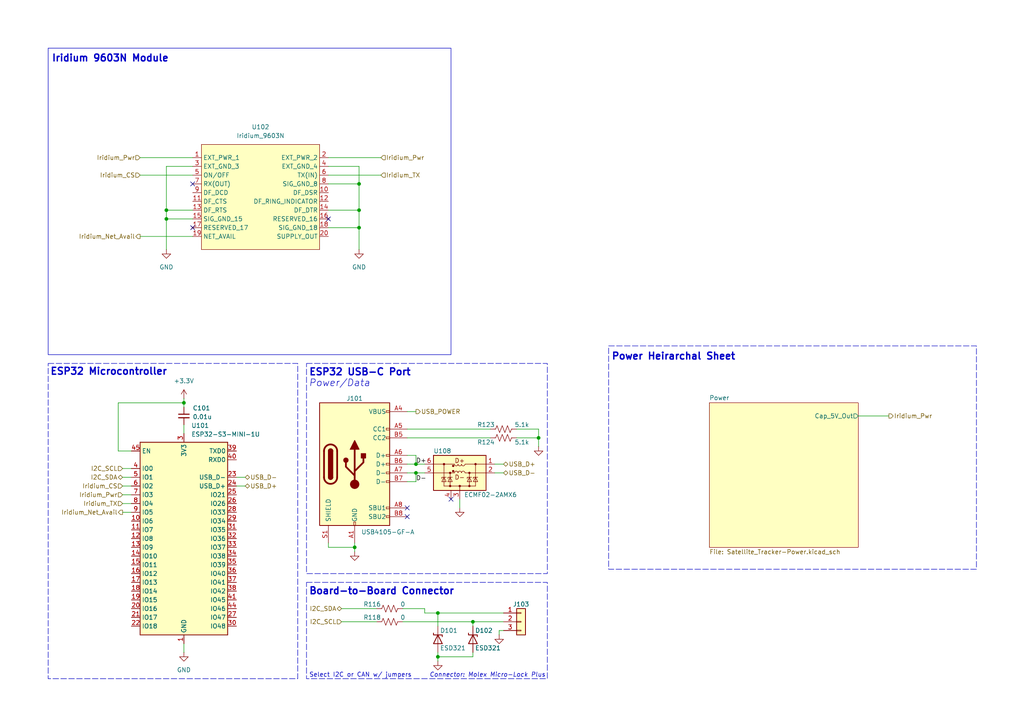
<source format=kicad_sch>
(kicad_sch
	(version 20250114)
	(generator "eeschema")
	(generator_version "9.0")
	(uuid "971a3d33-dffc-44b4-9a26-5dc396684fb0")
	(paper "A4")
	(lib_symbols
		(symbol "Connector:USB_C_Receptacle_USB2.0"
			(pin_names
				(offset 1.016)
			)
			(exclude_from_sim no)
			(in_bom yes)
			(on_board yes)
			(property "Reference" "J101"
				(at 0 22.86 0)
				(effects
					(font
						(size 1.27 1.27)
					)
				)
			)
			(property "Value" "USB4105-GF-A"
				(at 0 20.32 0)
				(effects
					(font
						(size 1.27 1.27)
					)
				)
			)
			(property "Footprint" "Connector_USB:USB_C_Receptacle_GCT_USB4105-xx-A_16P_TopMnt_Horizontal"
				(at 3.81 0 0)
				(effects
					(font
						(size 1.27 1.27)
					)
					(hide yes)
				)
			)
			(property "Datasheet" "https://gct.co/connector/usb4105"
				(at 3.81 0 0)
				(effects
					(font
						(size 1.27 1.27)
					)
					(hide yes)
				)
			)
			(property "Description" "USB 2.0-only Type-C Receptacle connector"
				(at 0 0 0)
				(effects
					(font
						(size 1.27 1.27)
					)
					(hide yes)
				)
			)
			(property "ki_keywords" "usb universal serial bus type-C USB2.0"
				(at 0 0 0)
				(effects
					(font
						(size 1.27 1.27)
					)
					(hide yes)
				)
			)
			(property "ki_fp_filters" "USB*C*Receptacle*"
				(at 0 0 0)
				(effects
					(font
						(size 1.27 1.27)
					)
					(hide yes)
				)
			)
			(symbol "USB_C_Receptacle_USB2.0_0_0"
				(rectangle
					(start -0.254 -17.78)
					(end 0.254 -16.764)
					(stroke
						(width 0)
						(type default)
					)
					(fill
						(type none)
					)
				)
				(rectangle
					(start 10.16 15.494)
					(end 9.144 14.986)
					(stroke
						(width 0)
						(type default)
					)
					(fill
						(type none)
					)
				)
				(rectangle
					(start 10.16 10.414)
					(end 9.144 9.906)
					(stroke
						(width 0)
						(type default)
					)
					(fill
						(type none)
					)
				)
				(rectangle
					(start 10.16 7.874)
					(end 9.144 7.366)
					(stroke
						(width 0)
						(type default)
					)
					(fill
						(type none)
					)
				)
				(rectangle
					(start 10.16 2.794)
					(end 9.144 2.286)
					(stroke
						(width 0)
						(type default)
					)
					(fill
						(type none)
					)
				)
				(rectangle
					(start 10.16 0.254)
					(end 9.144 -0.254)
					(stroke
						(width 0)
						(type default)
					)
					(fill
						(type none)
					)
				)
				(rectangle
					(start 10.16 -2.286)
					(end 9.144 -2.794)
					(stroke
						(width 0)
						(type default)
					)
					(fill
						(type none)
					)
				)
				(rectangle
					(start 10.16 -4.826)
					(end 9.144 -5.334)
					(stroke
						(width 0)
						(type default)
					)
					(fill
						(type none)
					)
				)
				(rectangle
					(start 10.16 -12.446)
					(end 9.144 -12.954)
					(stroke
						(width 0)
						(type default)
					)
					(fill
						(type none)
					)
				)
				(rectangle
					(start 10.16 -14.986)
					(end 9.144 -15.494)
					(stroke
						(width 0)
						(type default)
					)
					(fill
						(type none)
					)
				)
			)
			(symbol "USB_C_Receptacle_USB2.0_0_1"
				(rectangle
					(start -10.16 17.78)
					(end 10.16 -17.78)
					(stroke
						(width 0.254)
						(type default)
					)
					(fill
						(type background)
					)
				)
				(polyline
					(pts
						(xy -8.89 -3.81) (xy -8.89 3.81)
					)
					(stroke
						(width 0.508)
						(type default)
					)
					(fill
						(type none)
					)
				)
				(rectangle
					(start -7.62 -3.81)
					(end -6.35 3.81)
					(stroke
						(width 0.254)
						(type default)
					)
					(fill
						(type outline)
					)
				)
				(arc
					(start -7.62 3.81)
					(mid -6.985 4.4423)
					(end -6.35 3.81)
					(stroke
						(width 0.254)
						(type default)
					)
					(fill
						(type none)
					)
				)
				(arc
					(start -7.62 3.81)
					(mid -6.985 4.4423)
					(end -6.35 3.81)
					(stroke
						(width 0.254)
						(type default)
					)
					(fill
						(type outline)
					)
				)
				(arc
					(start -8.89 3.81)
					(mid -6.985 5.7067)
					(end -5.08 3.81)
					(stroke
						(width 0.508)
						(type default)
					)
					(fill
						(type none)
					)
				)
				(arc
					(start -5.08 -3.81)
					(mid -6.985 -5.7067)
					(end -8.89 -3.81)
					(stroke
						(width 0.508)
						(type default)
					)
					(fill
						(type none)
					)
				)
				(arc
					(start -6.35 -3.81)
					(mid -6.985 -4.4423)
					(end -7.62 -3.81)
					(stroke
						(width 0.254)
						(type default)
					)
					(fill
						(type none)
					)
				)
				(arc
					(start -6.35 -3.81)
					(mid -6.985 -4.4423)
					(end -7.62 -3.81)
					(stroke
						(width 0.254)
						(type default)
					)
					(fill
						(type outline)
					)
				)
				(polyline
					(pts
						(xy -5.08 3.81) (xy -5.08 -3.81)
					)
					(stroke
						(width 0.508)
						(type default)
					)
					(fill
						(type none)
					)
				)
				(circle
					(center -2.54 1.143)
					(radius 0.635)
					(stroke
						(width 0.254)
						(type default)
					)
					(fill
						(type outline)
					)
				)
				(polyline
					(pts
						(xy -1.27 4.318) (xy 0 6.858) (xy 1.27 4.318) (xy -1.27 4.318)
					)
					(stroke
						(width 0.254)
						(type default)
					)
					(fill
						(type outline)
					)
				)
				(polyline
					(pts
						(xy 0 -2.032) (xy 2.54 0.508) (xy 2.54 1.778)
					)
					(stroke
						(width 0.508)
						(type default)
					)
					(fill
						(type none)
					)
				)
				(polyline
					(pts
						(xy 0 -3.302) (xy -2.54 -0.762) (xy -2.54 0.508)
					)
					(stroke
						(width 0.508)
						(type default)
					)
					(fill
						(type none)
					)
				)
				(polyline
					(pts
						(xy 0 -5.842) (xy 0 4.318)
					)
					(stroke
						(width 0.508)
						(type default)
					)
					(fill
						(type none)
					)
				)
				(circle
					(center 0 -5.842)
					(radius 1.27)
					(stroke
						(width 0)
						(type default)
					)
					(fill
						(type outline)
					)
				)
				(rectangle
					(start 1.905 1.778)
					(end 3.175 3.048)
					(stroke
						(width 0.254)
						(type default)
					)
					(fill
						(type outline)
					)
				)
			)
			(symbol "USB_C_Receptacle_USB2.0_1_1"
				(pin passive line
					(at -7.62 -22.86 90)
					(length 5.08)
					(name "SHIELD"
						(effects
							(font
								(size 1.27 1.27)
							)
						)
					)
					(number "S1"
						(effects
							(font
								(size 1.27 1.27)
							)
						)
					)
				)
				(pin passive line
					(at 0 -22.86 90)
					(length 5.08)
					(name "GND"
						(effects
							(font
								(size 1.27 1.27)
							)
						)
					)
					(number "A1"
						(effects
							(font
								(size 1.27 1.27)
							)
						)
					)
				)
				(pin passive line
					(at 0 -22.86 90)
					(length 5.08)
					(hide yes)
					(name "GND"
						(effects
							(font
								(size 1.27 1.27)
							)
						)
					)
					(number "A12"
						(effects
							(font
								(size 1.27 1.27)
							)
						)
					)
				)
				(pin passive line
					(at 0 -22.86 90)
					(length 5.08)
					(hide yes)
					(name "GND"
						(effects
							(font
								(size 1.27 1.27)
							)
						)
					)
					(number "B1"
						(effects
							(font
								(size 1.27 1.27)
							)
						)
					)
				)
				(pin passive line
					(at 0 -22.86 90)
					(length 5.08)
					(hide yes)
					(name "GND"
						(effects
							(font
								(size 1.27 1.27)
							)
						)
					)
					(number "B12"
						(effects
							(font
								(size 1.27 1.27)
							)
						)
					)
				)
				(pin passive line
					(at 15.24 15.24 180)
					(length 5.08)
					(name "VBUS"
						(effects
							(font
								(size 1.27 1.27)
							)
						)
					)
					(number "A4"
						(effects
							(font
								(size 1.27 1.27)
							)
						)
					)
				)
				(pin passive line
					(at 15.24 15.24 180)
					(length 5.08)
					(hide yes)
					(name "VBUS"
						(effects
							(font
								(size 1.27 1.27)
							)
						)
					)
					(number "A9"
						(effects
							(font
								(size 1.27 1.27)
							)
						)
					)
				)
				(pin passive line
					(at 15.24 15.24 180)
					(length 5.08)
					(hide yes)
					(name "VBUS"
						(effects
							(font
								(size 1.27 1.27)
							)
						)
					)
					(number "B4"
						(effects
							(font
								(size 1.27 1.27)
							)
						)
					)
				)
				(pin passive line
					(at 15.24 15.24 180)
					(length 5.08)
					(hide yes)
					(name "VBUS"
						(effects
							(font
								(size 1.27 1.27)
							)
						)
					)
					(number "B9"
						(effects
							(font
								(size 1.27 1.27)
							)
						)
					)
				)
				(pin bidirectional line
					(at 15.24 10.16 180)
					(length 5.08)
					(name "CC1"
						(effects
							(font
								(size 1.27 1.27)
							)
						)
					)
					(number "A5"
						(effects
							(font
								(size 1.27 1.27)
							)
						)
					)
				)
				(pin bidirectional line
					(at 15.24 7.62 180)
					(length 5.08)
					(name "CC2"
						(effects
							(font
								(size 1.27 1.27)
							)
						)
					)
					(number "B5"
						(effects
							(font
								(size 1.27 1.27)
							)
						)
					)
				)
				(pin bidirectional line
					(at 15.24 2.54 180)
					(length 5.08)
					(name "D+"
						(effects
							(font
								(size 1.27 1.27)
							)
						)
					)
					(number "A6"
						(effects
							(font
								(size 1.27 1.27)
							)
						)
					)
				)
				(pin bidirectional line
					(at 15.24 0 180)
					(length 5.08)
					(name "D+"
						(effects
							(font
								(size 1.27 1.27)
							)
						)
					)
					(number "B6"
						(effects
							(font
								(size 1.27 1.27)
							)
						)
					)
				)
				(pin bidirectional line
					(at 15.24 -2.54 180)
					(length 5.08)
					(name "D-"
						(effects
							(font
								(size 1.27 1.27)
							)
						)
					)
					(number "A7"
						(effects
							(font
								(size 1.27 1.27)
							)
						)
					)
				)
				(pin bidirectional line
					(at 15.24 -5.08 180)
					(length 5.08)
					(name "D-"
						(effects
							(font
								(size 1.27 1.27)
							)
						)
					)
					(number "B7"
						(effects
							(font
								(size 1.27 1.27)
							)
						)
					)
				)
				(pin bidirectional line
					(at 15.24 -12.7 180)
					(length 5.08)
					(name "SBU1"
						(effects
							(font
								(size 1.27 1.27)
							)
						)
					)
					(number "A8"
						(effects
							(font
								(size 1.27 1.27)
							)
						)
					)
				)
				(pin bidirectional line
					(at 15.24 -15.24 180)
					(length 5.08)
					(name "SBU2"
						(effects
							(font
								(size 1.27 1.27)
							)
						)
					)
					(number "B8"
						(effects
							(font
								(size 1.27 1.27)
							)
						)
					)
				)
			)
			(embedded_fonts no)
		)
		(symbol "Connector_Generic:Conn_01x03"
			(pin_names
				(offset 1.016)
				(hide yes)
			)
			(exclude_from_sim no)
			(in_bom yes)
			(on_board yes)
			(property "Reference" "J"
				(at 0 5.08 0)
				(effects
					(font
						(size 1.27 1.27)
					)
				)
			)
			(property "Value" "Conn_01x03"
				(at 0 -5.08 0)
				(effects
					(font
						(size 1.27 1.27)
					)
				)
			)
			(property "Footprint" ""
				(at 0 0 0)
				(effects
					(font
						(size 1.27 1.27)
					)
					(hide yes)
				)
			)
			(property "Datasheet" "~"
				(at 0 0 0)
				(effects
					(font
						(size 1.27 1.27)
					)
					(hide yes)
				)
			)
			(property "Description" "Generic connector, single row, 01x03, script generated (kicad-library-utils/schlib/autogen/connector/)"
				(at 0 0 0)
				(effects
					(font
						(size 1.27 1.27)
					)
					(hide yes)
				)
			)
			(property "ki_keywords" "connector"
				(at 0 0 0)
				(effects
					(font
						(size 1.27 1.27)
					)
					(hide yes)
				)
			)
			(property "ki_fp_filters" "Connector*:*_1x??_*"
				(at 0 0 0)
				(effects
					(font
						(size 1.27 1.27)
					)
					(hide yes)
				)
			)
			(symbol "Conn_01x03_1_1"
				(rectangle
					(start -1.27 3.81)
					(end 1.27 -3.81)
					(stroke
						(width 0.254)
						(type default)
					)
					(fill
						(type background)
					)
				)
				(rectangle
					(start -1.27 2.667)
					(end 0 2.413)
					(stroke
						(width 0.1524)
						(type default)
					)
					(fill
						(type none)
					)
				)
				(rectangle
					(start -1.27 0.127)
					(end 0 -0.127)
					(stroke
						(width 0.1524)
						(type default)
					)
					(fill
						(type none)
					)
				)
				(rectangle
					(start -1.27 -2.413)
					(end 0 -2.667)
					(stroke
						(width 0.1524)
						(type default)
					)
					(fill
						(type none)
					)
				)
				(pin passive line
					(at -5.08 2.54 0)
					(length 3.81)
					(name "Pin_1"
						(effects
							(font
								(size 1.27 1.27)
							)
						)
					)
					(number "1"
						(effects
							(font
								(size 1.27 1.27)
							)
						)
					)
				)
				(pin passive line
					(at -5.08 0 0)
					(length 3.81)
					(name "Pin_2"
						(effects
							(font
								(size 1.27 1.27)
							)
						)
					)
					(number "2"
						(effects
							(font
								(size 1.27 1.27)
							)
						)
					)
				)
				(pin passive line
					(at -5.08 -2.54 0)
					(length 3.81)
					(name "Pin_3"
						(effects
							(font
								(size 1.27 1.27)
							)
						)
					)
					(number "3"
						(effects
							(font
								(size 1.27 1.27)
							)
						)
					)
				)
			)
			(embedded_fonts no)
		)
		(symbol "Device:C_Small"
			(pin_numbers
				(hide yes)
			)
			(pin_names
				(offset 0.254)
				(hide yes)
			)
			(exclude_from_sim no)
			(in_bom yes)
			(on_board yes)
			(property "Reference" "C"
				(at 0.254 1.778 0)
				(effects
					(font
						(size 1.27 1.27)
					)
					(justify left)
				)
			)
			(property "Value" "C_Small"
				(at 0.254 -2.032 0)
				(effects
					(font
						(size 1.27 1.27)
					)
					(justify left)
				)
			)
			(property "Footprint" ""
				(at 0 0 0)
				(effects
					(font
						(size 1.27 1.27)
					)
					(hide yes)
				)
			)
			(property "Datasheet" "~"
				(at 0 0 0)
				(effects
					(font
						(size 1.27 1.27)
					)
					(hide yes)
				)
			)
			(property "Description" "Unpolarized capacitor, small symbol"
				(at 0 0 0)
				(effects
					(font
						(size 1.27 1.27)
					)
					(hide yes)
				)
			)
			(property "ki_keywords" "capacitor cap"
				(at 0 0 0)
				(effects
					(font
						(size 1.27 1.27)
					)
					(hide yes)
				)
			)
			(property "ki_fp_filters" "C_*"
				(at 0 0 0)
				(effects
					(font
						(size 1.27 1.27)
					)
					(hide yes)
				)
			)
			(symbol "C_Small_0_1"
				(polyline
					(pts
						(xy -1.524 0.508) (xy 1.524 0.508)
					)
					(stroke
						(width 0.3048)
						(type default)
					)
					(fill
						(type none)
					)
				)
				(polyline
					(pts
						(xy -1.524 -0.508) (xy 1.524 -0.508)
					)
					(stroke
						(width 0.3302)
						(type default)
					)
					(fill
						(type none)
					)
				)
			)
			(symbol "C_Small_1_1"
				(pin passive line
					(at 0 2.54 270)
					(length 2.032)
					(name "~"
						(effects
							(font
								(size 1.27 1.27)
							)
						)
					)
					(number "1"
						(effects
							(font
								(size 1.27 1.27)
							)
						)
					)
				)
				(pin passive line
					(at 0 -2.54 90)
					(length 2.032)
					(name "~"
						(effects
							(font
								(size 1.27 1.27)
							)
						)
					)
					(number "2"
						(effects
							(font
								(size 1.27 1.27)
							)
						)
					)
				)
			)
			(embedded_fonts no)
		)
		(symbol "Device:D_TVS"
			(pin_numbers
				(hide yes)
			)
			(pin_names
				(offset 1.016)
				(hide yes)
			)
			(exclude_from_sim no)
			(in_bom yes)
			(on_board yes)
			(property "Reference" "D101"
				(at 0 6.35 0)
				(effects
					(font
						(size 1.27 1.27)
					)
				)
			)
			(property "Value" "D_TVS"
				(at 0 3.81 0)
				(effects
					(font
						(size 1.27 1.27)
					)
				)
			)
			(property "Footprint" ""
				(at 1.27 0 0)
				(effects
					(font
						(size 1.27 1.27)
					)
					(hide yes)
				)
			)
			(property "Datasheet" "~"
				(at 0 -2.54 0)
				(effects
					(font
						(size 1.27 1.27)
					)
					(hide yes)
				)
			)
			(property "Description" "Bidirectional transient-voltage-suppression diode"
				(at 0 -2.54 0)
				(effects
					(font
						(size 1.27 1.27)
					)
					(hide yes)
				)
			)
			(property "ki_keywords" "diode TVS thyrector"
				(at 0 0 0)
				(effects
					(font
						(size 1.27 1.27)
					)
					(hide yes)
				)
			)
			(property "ki_fp_filters" "TO-???* *_Diode_* *SingleDiode* D_*"
				(at 0 0 0)
				(effects
					(font
						(size 1.27 1.27)
					)
					(hide yes)
				)
			)
			(symbol "D_TVS_0_1"
				(polyline
					(pts
						(xy -1.27 -1.27) (xy -1.27 1.27) (xy 1.27 0) (xy -1.27 -1.27)
					)
					(stroke
						(width 0.254)
						(type default)
					)
					(fill
						(type none)
					)
				)
				(polyline
					(pts
						(xy 1.27 0) (xy -1.27 0)
					)
					(stroke
						(width 0)
						(type default)
					)
					(fill
						(type none)
					)
				)
				(polyline
					(pts
						(xy 1.778 1.27) (xy 1.27 1.27) (xy 1.27 -1.27) (xy 0.762 -1.27)
					)
					(stroke
						(width 0.254)
						(type default)
					)
					(fill
						(type none)
					)
				)
			)
			(symbol "D_TVS_1_1"
				(pin passive line
					(at -3.81 0 0)
					(length 2.54)
					(name "A1"
						(effects
							(font
								(size 1.27 1.27)
							)
						)
					)
					(number "1"
						(effects
							(font
								(size 1.27 1.27)
							)
						)
					)
				)
				(pin passive line
					(at 3.81 0 180)
					(length 2.54)
					(name "A2"
						(effects
							(font
								(size 1.27 1.27)
							)
						)
					)
					(number "2"
						(effects
							(font
								(size 1.27 1.27)
							)
						)
					)
				)
			)
			(embedded_fonts no)
		)
		(symbol "Device:R_US"
			(pin_numbers
				(hide yes)
			)
			(pin_names
				(offset 0)
			)
			(exclude_from_sim no)
			(in_bom yes)
			(on_board yes)
			(property "Reference" "R"
				(at 2.54 0 90)
				(effects
					(font
						(size 1.27 1.27)
					)
				)
			)
			(property "Value" "R_US"
				(at -2.54 0 90)
				(effects
					(font
						(size 1.27 1.27)
					)
				)
			)
			(property "Footprint" ""
				(at 1.016 -0.254 90)
				(effects
					(font
						(size 1.27 1.27)
					)
					(hide yes)
				)
			)
			(property "Datasheet" "~"
				(at 0 0 0)
				(effects
					(font
						(size 1.27 1.27)
					)
					(hide yes)
				)
			)
			(property "Description" "Resistor, US symbol"
				(at 0 0 0)
				(effects
					(font
						(size 1.27 1.27)
					)
					(hide yes)
				)
			)
			(property "ki_keywords" "R res resistor"
				(at 0 0 0)
				(effects
					(font
						(size 1.27 1.27)
					)
					(hide yes)
				)
			)
			(property "ki_fp_filters" "R_*"
				(at 0 0 0)
				(effects
					(font
						(size 1.27 1.27)
					)
					(hide yes)
				)
			)
			(symbol "R_US_0_1"
				(polyline
					(pts
						(xy 0 2.286) (xy 0 2.54)
					)
					(stroke
						(width 0)
						(type default)
					)
					(fill
						(type none)
					)
				)
				(polyline
					(pts
						(xy 0 2.286) (xy 1.016 1.905) (xy 0 1.524) (xy -1.016 1.143) (xy 0 0.762)
					)
					(stroke
						(width 0)
						(type default)
					)
					(fill
						(type none)
					)
				)
				(polyline
					(pts
						(xy 0 0.762) (xy 1.016 0.381) (xy 0 0) (xy -1.016 -0.381) (xy 0 -0.762)
					)
					(stroke
						(width 0)
						(type default)
					)
					(fill
						(type none)
					)
				)
				(polyline
					(pts
						(xy 0 -0.762) (xy 1.016 -1.143) (xy 0 -1.524) (xy -1.016 -1.905) (xy 0 -2.286)
					)
					(stroke
						(width 0)
						(type default)
					)
					(fill
						(type none)
					)
				)
				(polyline
					(pts
						(xy 0 -2.286) (xy 0 -2.54)
					)
					(stroke
						(width 0)
						(type default)
					)
					(fill
						(type none)
					)
				)
			)
			(symbol "R_US_1_1"
				(pin passive line
					(at 0 3.81 270)
					(length 1.27)
					(name "~"
						(effects
							(font
								(size 1.27 1.27)
							)
						)
					)
					(number "1"
						(effects
							(font
								(size 1.27 1.27)
							)
						)
					)
				)
				(pin passive line
					(at 0 -3.81 90)
					(length 1.27)
					(name "~"
						(effects
							(font
								(size 1.27 1.27)
							)
						)
					)
					(number "2"
						(effects
							(font
								(size 1.27 1.27)
							)
						)
					)
				)
			)
			(embedded_fonts no)
		)
		(symbol "Power_Protection:ECMF02-2AMX6"
			(pin_names
				(offset 0.0254)
				(hide yes)
			)
			(exclude_from_sim no)
			(in_bom yes)
			(on_board yes)
			(property "Reference" "U"
				(at 0 10.16 0)
				(effects
					(font
						(size 1.27 1.27)
					)
				)
			)
			(property "Value" "ECMF02-2AMX6"
				(at 0 7.62 0)
				(effects
					(font
						(size 1.27 1.27)
					)
				)
			)
			(property "Footprint" "Package_DFN_QFN:ST_UQFN-6L_1.5x1.7mm_P0.5mm"
				(at 0 -20.32 0)
				(effects
					(font
						(size 1.27 1.27)
					)
					(hide yes)
				)
			)
			(property "Datasheet" "https://www.st.com/resource/en/datasheet/ecmf02-2amx6.pdf"
				(at 0 -22.86 0)
				(effects
					(font
						(size 1.27 1.27)
					)
					(hide yes)
				)
			)
			(property "Description" "Single Pair Common Mode Filter with ESD Protection, UQFN-6L"
				(at 0 0 0)
				(effects
					(font
						(size 1.27 1.27)
					)
					(hide yes)
				)
			)
			(property "ki_keywords" "Common Mode ESD"
				(at 0 0 0)
				(effects
					(font
						(size 1.27 1.27)
					)
					(hide yes)
				)
			)
			(property "ki_fp_filters" "ST?UQFN*L?1.5x1.7mm*P0.5mm*"
				(at 0 0 0)
				(effects
					(font
						(size 1.27 1.27)
					)
					(hide yes)
				)
			)
			(symbol "ECMF02-2AMX6_0_1"
				(rectangle
					(start -7.62 5.08)
					(end 7.62 -5.08)
					(stroke
						(width 0.254)
						(type default)
					)
					(fill
						(type background)
					)
				)
				(polyline
					(pts
						(xy -7.62 2.54) (xy -1.524 2.54)
					)
					(stroke
						(width 0)
						(type default)
					)
					(fill
						(type none)
					)
				)
				(polyline
					(pts
						(xy -7.62 0) (xy -1.524 0)
					)
					(stroke
						(width 0)
						(type default)
					)
					(fill
						(type none)
					)
				)
				(polyline
					(pts
						(xy -4.572 2.54) (xy -4.572 -3.81)
					)
					(stroke
						(width 0)
						(type default)
					)
					(fill
						(type none)
					)
				)
				(polyline
					(pts
						(xy -4.572 -3.81) (xy 4.572 -3.81)
					)
					(stroke
						(width 0)
						(type default)
					)
					(fill
						(type none)
					)
				)
				(polyline
					(pts
						(xy -2.794 0) (xy -2.794 -3.81)
					)
					(stroke
						(width 0)
						(type default)
					)
					(fill
						(type none)
					)
				)
				(arc
					(start -0.508 2.5023)
					(mid -1.016 2.0306)
					(end -1.524 2.5023)
					(stroke
						(width 0)
						(type default)
					)
					(fill
						(type none)
					)
				)
				(arc
					(start -1.524 0.0377)
					(mid -1.016 0.5094)
					(end -0.508 0.0377)
					(stroke
						(width 0)
						(type default)
					)
					(fill
						(type none)
					)
				)
				(arc
					(start 0.508 2.5023)
					(mid 0 2.0306)
					(end -0.508 2.5023)
					(stroke
						(width 0)
						(type default)
					)
					(fill
						(type none)
					)
				)
				(arc
					(start -0.508 0.0377)
					(mid 0 0.5094)
					(end 0.508 0.0377)
					(stroke
						(width 0)
						(type default)
					)
					(fill
						(type none)
					)
				)
				(polyline
					(pts
						(xy 0 -5.08) (xy 0 -3.81)
					)
					(stroke
						(width 0)
						(type default)
					)
					(fill
						(type none)
					)
				)
				(arc
					(start 1.524 2.5023)
					(mid 1.016 2.0306)
					(end 0.508 2.5023)
					(stroke
						(width 0)
						(type default)
					)
					(fill
						(type none)
					)
				)
				(arc
					(start 0.508 0.0377)
					(mid 1.016 0.5094)
					(end 1.524 0.0377)
					(stroke
						(width 0)
						(type default)
					)
					(fill
						(type none)
					)
				)
				(polyline
					(pts
						(xy 2.54 2.54) (xy 1.524 2.54)
					)
					(stroke
						(width 0)
						(type default)
					)
					(fill
						(type none)
					)
				)
				(polyline
					(pts
						(xy 2.54 2.54) (xy 7.62 2.54)
					)
					(stroke
						(width 0)
						(type default)
					)
					(fill
						(type none)
					)
				)
				(polyline
					(pts
						(xy 2.54 0) (xy 1.524 0)
					)
					(stroke
						(width 0)
						(type default)
					)
					(fill
						(type none)
					)
				)
				(polyline
					(pts
						(xy 2.54 0) (xy 7.62 0)
					)
					(stroke
						(width 0)
						(type default)
					)
					(fill
						(type none)
					)
				)
				(polyline
					(pts
						(xy 2.794 0) (xy 2.794 -3.81)
					)
					(stroke
						(width 0)
						(type default)
					)
					(fill
						(type none)
					)
				)
				(polyline
					(pts
						(xy 4.572 2.54) (xy 4.572 -3.81)
					)
					(stroke
						(width 0)
						(type default)
					)
					(fill
						(type none)
					)
				)
				(text "D+"
					(at 0 3.556 0)
					(effects
						(font
							(size 1.27 1.27)
						)
					)
				)
				(text "D-"
					(at 0 -1.27 0)
					(effects
						(font
							(size 1.27 1.27)
						)
					)
				)
			)
			(symbol "ECMF02-2AMX6_1_1"
				(polyline
					(pts
						(xy -5.207 -2.54) (xy -3.937 -2.54) (xy -4.572 -1.27) (xy -5.207 -2.54)
					)
					(stroke
						(width 0)
						(type default)
					)
					(fill
						(type none)
					)
				)
				(circle
					(center -4.572 2.54)
					(radius 0.254)
					(stroke
						(width 0)
						(type default)
					)
					(fill
						(type outline)
					)
				)
				(polyline
					(pts
						(xy -3.937 -1.651) (xy -3.937 -1.27) (xy -5.207 -1.27)
					)
					(stroke
						(width 0)
						(type default)
					)
					(fill
						(type none)
					)
				)
				(polyline
					(pts
						(xy -3.429 -2.54) (xy -2.159 -2.54) (xy -2.794 -1.27) (xy -3.429 -2.54)
					)
					(stroke
						(width 0)
						(type default)
					)
					(fill
						(type none)
					)
				)
				(circle
					(center -2.794 0)
					(radius 0.254)
					(stroke
						(width 0)
						(type default)
					)
					(fill
						(type outline)
					)
				)
				(circle
					(center -2.794 -3.81)
					(radius 0.254)
					(stroke
						(width 0)
						(type default)
					)
					(fill
						(type outline)
					)
				)
				(polyline
					(pts
						(xy -2.159 -1.651) (xy -2.159 -1.27) (xy -3.429 -1.27)
					)
					(stroke
						(width 0)
						(type default)
					)
					(fill
						(type none)
					)
				)
				(circle
					(center 0 -3.81)
					(radius 0.254)
					(stroke
						(width 0)
						(type default)
					)
					(fill
						(type outline)
					)
				)
				(circle
					(center 1.905 2.032)
					(radius 0.254)
					(stroke
						(width 0)
						(type default)
					)
					(fill
						(type outline)
					)
				)
				(circle
					(center 1.905 0.508)
					(radius 0.254)
					(stroke
						(width 0)
						(type default)
					)
					(fill
						(type outline)
					)
				)
				(circle
					(center 2.794 0)
					(radius 0.254)
					(stroke
						(width 0)
						(type default)
					)
					(fill
						(type outline)
					)
				)
				(circle
					(center 2.794 -3.81)
					(radius 0.254)
					(stroke
						(width 0)
						(type default)
					)
					(fill
						(type outline)
					)
				)
				(polyline
					(pts
						(xy 3.429 -1.651) (xy 3.429 -1.27) (xy 2.159 -1.27)
					)
					(stroke
						(width 0)
						(type default)
					)
					(fill
						(type none)
					)
				)
				(polyline
					(pts
						(xy 3.429 -2.54) (xy 2.159 -2.54) (xy 2.794 -1.27) (xy 3.429 -2.54)
					)
					(stroke
						(width 0)
						(type default)
					)
					(fill
						(type none)
					)
				)
				(circle
					(center 4.572 2.54)
					(radius 0.254)
					(stroke
						(width 0)
						(type default)
					)
					(fill
						(type outline)
					)
				)
				(polyline
					(pts
						(xy 5.207 -1.651) (xy 5.207 -1.27) (xy 3.937 -1.27)
					)
					(stroke
						(width 0)
						(type default)
					)
					(fill
						(type none)
					)
				)
				(polyline
					(pts
						(xy 5.207 -2.54) (xy 3.937 -2.54) (xy 4.572 -1.27) (xy 5.207 -2.54)
					)
					(stroke
						(width 0)
						(type default)
					)
					(fill
						(type none)
					)
				)
				(pin passive line
					(at -10.16 2.54 0)
					(length 2.54)
					(name "D+_in"
						(effects
							(font
								(size 1.27 1.27)
							)
						)
					)
					(number "1"
						(effects
							(font
								(size 1.27 1.27)
							)
						)
					)
				)
				(pin passive line
					(at -10.16 0 0)
					(length 2.54)
					(name "D-_in"
						(effects
							(font
								(size 1.27 1.27)
							)
						)
					)
					(number "2"
						(effects
							(font
								(size 1.27 1.27)
							)
						)
					)
				)
				(pin power_in line
					(at 0 -7.62 90)
					(length 2.54)
					(name "GND"
						(effects
							(font
								(size 1.27 1.27)
							)
						)
					)
					(number "3"
						(effects
							(font
								(size 1.27 1.27)
							)
						)
					)
				)
				(pin free line
					(at 2.54 -7.62 90)
					(length 2.54)
					(name "NC"
						(effects
							(font
								(size 1.27 1.27)
							)
						)
					)
					(number "4"
						(effects
							(font
								(size 1.27 1.27)
							)
						)
					)
				)
				(pin passive line
					(at 10.16 2.54 180)
					(length 2.54)
					(name "D+_out"
						(effects
							(font
								(size 1.27 1.27)
							)
						)
					)
					(number "6"
						(effects
							(font
								(size 1.27 1.27)
							)
						)
					)
				)
				(pin passive line
					(at 10.16 0 180)
					(length 2.54)
					(name "D-_out"
						(effects
							(font
								(size 1.27 1.27)
							)
						)
					)
					(number "5"
						(effects
							(font
								(size 1.27 1.27)
							)
						)
					)
				)
			)
			(embedded_fonts no)
		)
		(symbol "RF_Module:ESP32-S3-MINI-1U"
			(exclude_from_sim no)
			(in_bom yes)
			(on_board yes)
			(property "Reference" "U"
				(at -11.43 29.21 0)
				(effects
					(font
						(size 1.27 1.27)
					)
				)
			)
			(property "Value" "ESP32-S3-MINI-1U"
				(at 12.7 29.21 0)
				(effects
					(font
						(size 1.27 1.27)
					)
				)
			)
			(property "Footprint" "RF_Module:ESP32-S2-MINI-1U"
				(at 16.51 -29.21 0)
				(effects
					(font
						(size 1.27 1.27)
					)
					(hide yes)
				)
			)
			(property "Datasheet" "https://www.espressif.com/sites/default/files/documentation/esp32-s3-mini-1_mini-1u_datasheet_en.pdf"
				(at 0 40.64 0)
				(effects
					(font
						(size 1.27 1.27)
					)
					(hide yes)
				)
			)
			(property "Description" "RF Module, ESP32-S3 SoC, Wi-Fi 802.11b/g/n, Bluetooth, BLE, 32-bit, 3.3V, SMD, external antenna"
				(at 0 43.18 0)
				(effects
					(font
						(size 1.27 1.27)
					)
					(hide yes)
				)
			)
			(property "ki_keywords" "RF Radio BT ESP ESP32-S3 Espressif"
				(at 0 0 0)
				(effects
					(font
						(size 1.27 1.27)
					)
					(hide yes)
				)
			)
			(property "ki_fp_filters" "ESP32?S*MINI?1U"
				(at 0 0 0)
				(effects
					(font
						(size 1.27 1.27)
					)
					(hide yes)
				)
			)
			(symbol "ESP32-S3-MINI-1U_0_1"
				(rectangle
					(start -12.7 27.94)
					(end 12.7 -27.94)
					(stroke
						(width 0.254)
						(type default)
					)
					(fill
						(type background)
					)
				)
			)
			(symbol "ESP32-S3-MINI-1U_1_1"
				(pin input line
					(at -15.24 25.4 0)
					(length 2.54)
					(name "EN"
						(effects
							(font
								(size 1.27 1.27)
							)
						)
					)
					(number "45"
						(effects
							(font
								(size 1.27 1.27)
							)
						)
					)
				)
				(pin bidirectional line
					(at -15.24 20.32 0)
					(length 2.54)
					(name "IO0"
						(effects
							(font
								(size 1.27 1.27)
							)
						)
					)
					(number "4"
						(effects
							(font
								(size 1.27 1.27)
							)
						)
					)
				)
				(pin bidirectional line
					(at -15.24 17.78 0)
					(length 2.54)
					(name "IO1"
						(effects
							(font
								(size 1.27 1.27)
							)
						)
					)
					(number "5"
						(effects
							(font
								(size 1.27 1.27)
							)
						)
					)
				)
				(pin bidirectional line
					(at -15.24 15.24 0)
					(length 2.54)
					(name "IO2"
						(effects
							(font
								(size 1.27 1.27)
							)
						)
					)
					(number "6"
						(effects
							(font
								(size 1.27 1.27)
							)
						)
					)
				)
				(pin bidirectional line
					(at -15.24 12.7 0)
					(length 2.54)
					(name "IO3"
						(effects
							(font
								(size 1.27 1.27)
							)
						)
					)
					(number "7"
						(effects
							(font
								(size 1.27 1.27)
							)
						)
					)
				)
				(pin bidirectional line
					(at -15.24 10.16 0)
					(length 2.54)
					(name "IO4"
						(effects
							(font
								(size 1.27 1.27)
							)
						)
					)
					(number "8"
						(effects
							(font
								(size 1.27 1.27)
							)
						)
					)
				)
				(pin bidirectional line
					(at -15.24 7.62 0)
					(length 2.54)
					(name "IO5"
						(effects
							(font
								(size 1.27 1.27)
							)
						)
					)
					(number "9"
						(effects
							(font
								(size 1.27 1.27)
							)
						)
					)
				)
				(pin bidirectional line
					(at -15.24 5.08 0)
					(length 2.54)
					(name "IO6"
						(effects
							(font
								(size 1.27 1.27)
							)
						)
					)
					(number "10"
						(effects
							(font
								(size 1.27 1.27)
							)
						)
					)
				)
				(pin bidirectional line
					(at -15.24 2.54 0)
					(length 2.54)
					(name "IO7"
						(effects
							(font
								(size 1.27 1.27)
							)
						)
					)
					(number "11"
						(effects
							(font
								(size 1.27 1.27)
							)
						)
					)
				)
				(pin bidirectional line
					(at -15.24 0 0)
					(length 2.54)
					(name "IO8"
						(effects
							(font
								(size 1.27 1.27)
							)
						)
					)
					(number "12"
						(effects
							(font
								(size 1.27 1.27)
							)
						)
					)
				)
				(pin bidirectional line
					(at -15.24 -2.54 0)
					(length 2.54)
					(name "IO9"
						(effects
							(font
								(size 1.27 1.27)
							)
						)
					)
					(number "13"
						(effects
							(font
								(size 1.27 1.27)
							)
						)
					)
				)
				(pin bidirectional line
					(at -15.24 -5.08 0)
					(length 2.54)
					(name "IO10"
						(effects
							(font
								(size 1.27 1.27)
							)
						)
					)
					(number "14"
						(effects
							(font
								(size 1.27 1.27)
							)
						)
					)
				)
				(pin bidirectional line
					(at -15.24 -7.62 0)
					(length 2.54)
					(name "IO11"
						(effects
							(font
								(size 1.27 1.27)
							)
						)
					)
					(number "15"
						(effects
							(font
								(size 1.27 1.27)
							)
						)
					)
				)
				(pin bidirectional line
					(at -15.24 -10.16 0)
					(length 2.54)
					(name "IO12"
						(effects
							(font
								(size 1.27 1.27)
							)
						)
					)
					(number "16"
						(effects
							(font
								(size 1.27 1.27)
							)
						)
					)
				)
				(pin bidirectional line
					(at -15.24 -12.7 0)
					(length 2.54)
					(name "IO13"
						(effects
							(font
								(size 1.27 1.27)
							)
						)
					)
					(number "17"
						(effects
							(font
								(size 1.27 1.27)
							)
						)
					)
				)
				(pin bidirectional line
					(at -15.24 -15.24 0)
					(length 2.54)
					(name "IO14"
						(effects
							(font
								(size 1.27 1.27)
							)
						)
					)
					(number "18"
						(effects
							(font
								(size 1.27 1.27)
							)
						)
					)
				)
				(pin bidirectional line
					(at -15.24 -17.78 0)
					(length 2.54)
					(name "IO15"
						(effects
							(font
								(size 1.27 1.27)
							)
						)
					)
					(number "19"
						(effects
							(font
								(size 1.27 1.27)
							)
						)
					)
				)
				(pin bidirectional line
					(at -15.24 -20.32 0)
					(length 2.54)
					(name "IO16"
						(effects
							(font
								(size 1.27 1.27)
							)
						)
					)
					(number "20"
						(effects
							(font
								(size 1.27 1.27)
							)
						)
					)
				)
				(pin bidirectional line
					(at -15.24 -22.86 0)
					(length 2.54)
					(name "IO17"
						(effects
							(font
								(size 1.27 1.27)
							)
						)
					)
					(number "21"
						(effects
							(font
								(size 1.27 1.27)
							)
						)
					)
				)
				(pin bidirectional line
					(at -15.24 -25.4 0)
					(length 2.54)
					(name "IO18"
						(effects
							(font
								(size 1.27 1.27)
							)
						)
					)
					(number "22"
						(effects
							(font
								(size 1.27 1.27)
							)
						)
					)
				)
				(pin power_in line
					(at 0 30.48 270)
					(length 2.54)
					(name "3V3"
						(effects
							(font
								(size 1.27 1.27)
							)
						)
					)
					(number "3"
						(effects
							(font
								(size 1.27 1.27)
							)
						)
					)
				)
				(pin power_in line
					(at 0 -30.48 90)
					(length 2.54)
					(name "GND"
						(effects
							(font
								(size 1.27 1.27)
							)
						)
					)
					(number "1"
						(effects
							(font
								(size 1.27 1.27)
							)
						)
					)
				)
				(pin passive line
					(at 0 -30.48 90)
					(length 2.54)
					(hide yes)
					(name "GND"
						(effects
							(font
								(size 1.27 1.27)
							)
						)
					)
					(number "2"
						(effects
							(font
								(size 1.27 1.27)
							)
						)
					)
				)
				(pin passive line
					(at 0 -30.48 90)
					(length 2.54)
					(hide yes)
					(name "GND"
						(effects
							(font
								(size 1.27 1.27)
							)
						)
					)
					(number "42"
						(effects
							(font
								(size 1.27 1.27)
							)
						)
					)
				)
				(pin passive line
					(at 0 -30.48 90)
					(length 2.54)
					(hide yes)
					(name "GND"
						(effects
							(font
								(size 1.27 1.27)
							)
						)
					)
					(number "43"
						(effects
							(font
								(size 1.27 1.27)
							)
						)
					)
				)
				(pin passive line
					(at 0 -30.48 90)
					(length 2.54)
					(hide yes)
					(name "GND"
						(effects
							(font
								(size 1.27 1.27)
							)
						)
					)
					(number "46"
						(effects
							(font
								(size 1.27 1.27)
							)
						)
					)
				)
				(pin passive line
					(at 0 -30.48 90)
					(length 2.54)
					(hide yes)
					(name "GND"
						(effects
							(font
								(size 1.27 1.27)
							)
						)
					)
					(number "47"
						(effects
							(font
								(size 1.27 1.27)
							)
						)
					)
				)
				(pin passive line
					(at 0 -30.48 90)
					(length 2.54)
					(hide yes)
					(name "GND"
						(effects
							(font
								(size 1.27 1.27)
							)
						)
					)
					(number "48"
						(effects
							(font
								(size 1.27 1.27)
							)
						)
					)
				)
				(pin passive line
					(at 0 -30.48 90)
					(length 2.54)
					(hide yes)
					(name "GND"
						(effects
							(font
								(size 1.27 1.27)
							)
						)
					)
					(number "49"
						(effects
							(font
								(size 1.27 1.27)
							)
						)
					)
				)
				(pin passive line
					(at 0 -30.48 90)
					(length 2.54)
					(hide yes)
					(name "GND"
						(effects
							(font
								(size 1.27 1.27)
							)
						)
					)
					(number "50"
						(effects
							(font
								(size 1.27 1.27)
							)
						)
					)
				)
				(pin passive line
					(at 0 -30.48 90)
					(length 2.54)
					(hide yes)
					(name "GND"
						(effects
							(font
								(size 1.27 1.27)
							)
						)
					)
					(number "51"
						(effects
							(font
								(size 1.27 1.27)
							)
						)
					)
				)
				(pin passive line
					(at 0 -30.48 90)
					(length 2.54)
					(hide yes)
					(name "GND"
						(effects
							(font
								(size 1.27 1.27)
							)
						)
					)
					(number "52"
						(effects
							(font
								(size 1.27 1.27)
							)
						)
					)
				)
				(pin passive line
					(at 0 -30.48 90)
					(length 2.54)
					(hide yes)
					(name "GND"
						(effects
							(font
								(size 1.27 1.27)
							)
						)
					)
					(number "53"
						(effects
							(font
								(size 1.27 1.27)
							)
						)
					)
				)
				(pin passive line
					(at 0 -30.48 90)
					(length 2.54)
					(hide yes)
					(name "GND"
						(effects
							(font
								(size 1.27 1.27)
							)
						)
					)
					(number "54"
						(effects
							(font
								(size 1.27 1.27)
							)
						)
					)
				)
				(pin passive line
					(at 0 -30.48 90)
					(length 2.54)
					(hide yes)
					(name "GND"
						(effects
							(font
								(size 1.27 1.27)
							)
						)
					)
					(number "55"
						(effects
							(font
								(size 1.27 1.27)
							)
						)
					)
				)
				(pin passive line
					(at 0 -30.48 90)
					(length 2.54)
					(hide yes)
					(name "GND"
						(effects
							(font
								(size 1.27 1.27)
							)
						)
					)
					(number "56"
						(effects
							(font
								(size 1.27 1.27)
							)
						)
					)
				)
				(pin passive line
					(at 0 -30.48 90)
					(length 2.54)
					(hide yes)
					(name "GND"
						(effects
							(font
								(size 1.27 1.27)
							)
						)
					)
					(number "57"
						(effects
							(font
								(size 1.27 1.27)
							)
						)
					)
				)
				(pin passive line
					(at 0 -30.48 90)
					(length 2.54)
					(hide yes)
					(name "GND"
						(effects
							(font
								(size 1.27 1.27)
							)
						)
					)
					(number "58"
						(effects
							(font
								(size 1.27 1.27)
							)
						)
					)
				)
				(pin passive line
					(at 0 -30.48 90)
					(length 2.54)
					(hide yes)
					(name "GND"
						(effects
							(font
								(size 1.27 1.27)
							)
						)
					)
					(number "59"
						(effects
							(font
								(size 1.27 1.27)
							)
						)
					)
				)
				(pin passive line
					(at 0 -30.48 90)
					(length 2.54)
					(hide yes)
					(name "GND"
						(effects
							(font
								(size 1.27 1.27)
							)
						)
					)
					(number "60"
						(effects
							(font
								(size 1.27 1.27)
							)
						)
					)
				)
				(pin passive line
					(at 0 -30.48 90)
					(length 2.54)
					(hide yes)
					(name "GND"
						(effects
							(font
								(size 1.27 1.27)
							)
						)
					)
					(number "61"
						(effects
							(font
								(size 1.27 1.27)
							)
						)
					)
				)
				(pin passive line
					(at 0 -30.48 90)
					(length 2.54)
					(hide yes)
					(name "GND"
						(effects
							(font
								(size 1.27 1.27)
							)
						)
					)
					(number "62"
						(effects
							(font
								(size 1.27 1.27)
							)
						)
					)
				)
				(pin passive line
					(at 0 -30.48 90)
					(length 2.54)
					(hide yes)
					(name "GND"
						(effects
							(font
								(size 1.27 1.27)
							)
						)
					)
					(number "63"
						(effects
							(font
								(size 1.27 1.27)
							)
						)
					)
				)
				(pin passive line
					(at 0 -30.48 90)
					(length 2.54)
					(hide yes)
					(name "GND"
						(effects
							(font
								(size 1.27 1.27)
							)
						)
					)
					(number "64"
						(effects
							(font
								(size 1.27 1.27)
							)
						)
					)
				)
				(pin passive line
					(at 0 -30.48 90)
					(length 2.54)
					(hide yes)
					(name "GND"
						(effects
							(font
								(size 1.27 1.27)
							)
						)
					)
					(number "65"
						(effects
							(font
								(size 1.27 1.27)
							)
						)
					)
				)
				(pin bidirectional line
					(at 15.24 25.4 180)
					(length 2.54)
					(name "TXD0"
						(effects
							(font
								(size 1.27 1.27)
							)
						)
					)
					(number "39"
						(effects
							(font
								(size 1.27 1.27)
							)
						)
					)
				)
				(pin bidirectional line
					(at 15.24 22.86 180)
					(length 2.54)
					(name "RXD0"
						(effects
							(font
								(size 1.27 1.27)
							)
						)
					)
					(number "40"
						(effects
							(font
								(size 1.27 1.27)
							)
						)
					)
				)
				(pin bidirectional line
					(at 15.24 17.78 180)
					(length 2.54)
					(name "USB_D-"
						(effects
							(font
								(size 1.27 1.27)
							)
						)
					)
					(number "23"
						(effects
							(font
								(size 1.27 1.27)
							)
						)
					)
					(alternate "IO19" bidirectional line)
				)
				(pin bidirectional line
					(at 15.24 15.24 180)
					(length 2.54)
					(name "USB_D+"
						(effects
							(font
								(size 1.27 1.27)
							)
						)
					)
					(number "24"
						(effects
							(font
								(size 1.27 1.27)
							)
						)
					)
					(alternate "IO20" bidirectional line)
				)
				(pin bidirectional line
					(at 15.24 12.7 180)
					(length 2.54)
					(name "IO21"
						(effects
							(font
								(size 1.27 1.27)
							)
						)
					)
					(number "25"
						(effects
							(font
								(size 1.27 1.27)
							)
						)
					)
				)
				(pin bidirectional line
					(at 15.24 10.16 180)
					(length 2.54)
					(name "IO26"
						(effects
							(font
								(size 1.27 1.27)
							)
						)
					)
					(number "26"
						(effects
							(font
								(size 1.27 1.27)
							)
						)
					)
				)
				(pin bidirectional line
					(at 15.24 7.62 180)
					(length 2.54)
					(name "IO33"
						(effects
							(font
								(size 1.27 1.27)
							)
						)
					)
					(number "28"
						(effects
							(font
								(size 1.27 1.27)
							)
						)
					)
				)
				(pin bidirectional line
					(at 15.24 5.08 180)
					(length 2.54)
					(name "IO34"
						(effects
							(font
								(size 1.27 1.27)
							)
						)
					)
					(number "29"
						(effects
							(font
								(size 1.27 1.27)
							)
						)
					)
				)
				(pin bidirectional line
					(at 15.24 2.54 180)
					(length 2.54)
					(name "IO35"
						(effects
							(font
								(size 1.27 1.27)
							)
						)
					)
					(number "31"
						(effects
							(font
								(size 1.27 1.27)
							)
						)
					)
				)
				(pin bidirectional line
					(at 15.24 0 180)
					(length 2.54)
					(name "IO36"
						(effects
							(font
								(size 1.27 1.27)
							)
						)
					)
					(number "32"
						(effects
							(font
								(size 1.27 1.27)
							)
						)
					)
				)
				(pin bidirectional line
					(at 15.24 -2.54 180)
					(length 2.54)
					(name "IO37"
						(effects
							(font
								(size 1.27 1.27)
							)
						)
					)
					(number "33"
						(effects
							(font
								(size 1.27 1.27)
							)
						)
					)
				)
				(pin bidirectional line
					(at 15.24 -5.08 180)
					(length 2.54)
					(name "IO38"
						(effects
							(font
								(size 1.27 1.27)
							)
						)
					)
					(number "34"
						(effects
							(font
								(size 1.27 1.27)
							)
						)
					)
				)
				(pin bidirectional line
					(at 15.24 -7.62 180)
					(length 2.54)
					(name "IO39"
						(effects
							(font
								(size 1.27 1.27)
							)
						)
					)
					(number "35"
						(effects
							(font
								(size 1.27 1.27)
							)
						)
					)
				)
				(pin bidirectional line
					(at 15.24 -10.16 180)
					(length 2.54)
					(name "IO40"
						(effects
							(font
								(size 1.27 1.27)
							)
						)
					)
					(number "36"
						(effects
							(font
								(size 1.27 1.27)
							)
						)
					)
				)
				(pin bidirectional line
					(at 15.24 -12.7 180)
					(length 2.54)
					(name "IO41"
						(effects
							(font
								(size 1.27 1.27)
							)
						)
					)
					(number "37"
						(effects
							(font
								(size 1.27 1.27)
							)
						)
					)
				)
				(pin bidirectional line
					(at 15.24 -15.24 180)
					(length 2.54)
					(name "IO42"
						(effects
							(font
								(size 1.27 1.27)
							)
						)
					)
					(number "38"
						(effects
							(font
								(size 1.27 1.27)
							)
						)
					)
				)
				(pin bidirectional line
					(at 15.24 -17.78 180)
					(length 2.54)
					(name "IO45"
						(effects
							(font
								(size 1.27 1.27)
							)
						)
					)
					(number "41"
						(effects
							(font
								(size 1.27 1.27)
							)
						)
					)
				)
				(pin bidirectional line
					(at 15.24 -20.32 180)
					(length 2.54)
					(name "IO46"
						(effects
							(font
								(size 1.27 1.27)
							)
						)
					)
					(number "44"
						(effects
							(font
								(size 1.27 1.27)
							)
						)
					)
				)
				(pin bidirectional line
					(at 15.24 -22.86 180)
					(length 2.54)
					(name "IO47"
						(effects
							(font
								(size 1.27 1.27)
							)
						)
					)
					(number "27"
						(effects
							(font
								(size 1.27 1.27)
							)
						)
					)
				)
				(pin bidirectional line
					(at 15.24 -25.4 180)
					(length 2.54)
					(name "IO48"
						(effects
							(font
								(size 1.27 1.27)
							)
						)
					)
					(number "30"
						(effects
							(font
								(size 1.27 1.27)
							)
						)
					)
				)
			)
			(embedded_fonts no)
		)
		(symbol "RF_Satellite_Iridium:Iridium_9603N"
			(exclude_from_sim no)
			(in_bom yes)
			(on_board yes)
			(property "Reference" "U"
				(at 0 23.876 0)
				(effects
					(font
						(size 1.27 1.27)
					)
				)
			)
			(property "Value" "Iridium_9603N"
				(at 0 21.59 0)
				(effects
					(font
						(size 1.27 1.27)
					)
				)
			)
			(property "Footprint" ""
				(at 0 0 0)
				(effects
					(font
						(size 1.27 1.27)
					)
					(hide yes)
				)
			)
			(property "Datasheet" "https://telemetry.groupcls.com/wp-content/uploads/2018/12/Iridium-9603-9603N_Developers-Guide.pdf#page=18"
				(at -1.524 19.05 0)
				(effects
					(font
						(size 1.27 1.27)
					)
					(hide yes)
				)
			)
			(property "Description" ""
				(at 0 0 0)
				(effects
					(font
						(size 1.27 1.27)
					)
					(hide yes)
				)
			)
			(symbol "Iridium_9603N_0_0"
				(pin power_in line
					(at -20.32 12.7 0)
					(length 2.54)
					(name "EXT_PWR_1"
						(effects
							(font
								(size 1.27 1.27)
							)
						)
					)
					(number "1"
						(effects
							(font
								(size 1.27 1.27)
							)
						)
					)
				)
				(pin power_in line
					(at -20.32 10.16 0)
					(length 2.54)
					(name "EXT_GND_3"
						(effects
							(font
								(size 1.27 1.27)
							)
						)
					)
					(number "3"
						(effects
							(font
								(size 1.27 1.27)
							)
						)
					)
				)
				(pin input line
					(at -20.32 7.62 0)
					(length 2.54)
					(name "ON/OFF"
						(effects
							(font
								(size 1.27 1.27)
							)
						)
					)
					(number "5"
						(effects
							(font
								(size 1.27 1.27)
							)
						)
					)
				)
				(pin output line
					(at -20.32 5.08 0)
					(length 2.54)
					(name "RX(OUT)"
						(effects
							(font
								(size 1.27 1.27)
							)
						)
					)
					(number "7"
						(effects
							(font
								(size 1.27 1.27)
							)
						)
					)
				)
				(pin output line
					(at -20.32 2.54 0)
					(length 2.54)
					(name "DF_DCD"
						(effects
							(font
								(size 1.27 1.27)
							)
						)
					)
					(number "9"
						(effects
							(font
								(size 1.27 1.27)
							)
						)
					)
				)
				(pin output line
					(at -20.32 0 0)
					(length 2.54)
					(name "DF_CTS"
						(effects
							(font
								(size 1.27 1.27)
							)
						)
					)
					(number "11"
						(effects
							(font
								(size 1.27 1.27)
							)
						)
					)
				)
				(pin input line
					(at -20.32 -2.54 0)
					(length 2.54)
					(name "DF_RTS"
						(effects
							(font
								(size 1.27 1.27)
							)
						)
					)
					(number "13"
						(effects
							(font
								(size 1.27 1.27)
							)
						)
					)
				)
				(pin input line
					(at -20.32 -5.08 0)
					(length 2.54)
					(name "SIG_GND_15"
						(effects
							(font
								(size 1.27 1.27)
							)
						)
					)
					(number "15"
						(effects
							(font
								(size 1.27 1.27)
							)
						)
					)
				)
				(pin no_connect line
					(at -20.32 -7.62 0)
					(length 2.54)
					(name "RESERVED_17"
						(effects
							(font
								(size 1.27 1.27)
							)
						)
					)
					(number "17"
						(effects
							(font
								(size 1.27 1.27)
							)
						)
					)
				)
				(pin output line
					(at -20.32 -10.16 0)
					(length 2.54)
					(name "NET_AVAIL"
						(effects
							(font
								(size 1.27 1.27)
							)
						)
					)
					(number "19"
						(effects
							(font
								(size 1.27 1.27)
							)
						)
					)
				)
				(pin power_in line
					(at 19.05 12.7 180)
					(length 2.54)
					(name "EXT_PWR_2"
						(effects
							(font
								(size 1.27 1.27)
							)
						)
					)
					(number "2"
						(effects
							(font
								(size 1.27 1.27)
							)
						)
					)
				)
				(pin power_in line
					(at 19.05 10.16 180)
					(length 2.54)
					(name "EXT_GND_4"
						(effects
							(font
								(size 1.27 1.27)
							)
						)
					)
					(number "4"
						(effects
							(font
								(size 1.27 1.27)
							)
						)
					)
				)
				(pin input line
					(at 19.05 7.62 180)
					(length 2.54)
					(name "TX(IN)"
						(effects
							(font
								(size 1.27 1.27)
							)
						)
					)
					(number "6"
						(effects
							(font
								(size 1.27 1.27)
							)
						)
					)
				)
				(pin power_in line
					(at 19.05 5.08 180)
					(length 2.54)
					(name "SIG_GND_8"
						(effects
							(font
								(size 1.27 1.27)
							)
						)
					)
					(number "8"
						(effects
							(font
								(size 1.27 1.27)
							)
						)
					)
				)
				(pin output line
					(at 19.05 2.54 180)
					(length 2.54)
					(name "DF_DSR"
						(effects
							(font
								(size 1.27 1.27)
							)
						)
					)
					(number "10"
						(effects
							(font
								(size 1.27 1.27)
							)
						)
					)
				)
				(pin output line
					(at 19.05 0 180)
					(length 2.54)
					(name "DF_RING_INDICATOR"
						(effects
							(font
								(size 1.27 1.27)
							)
						)
					)
					(number "12"
						(effects
							(font
								(size 1.27 1.27)
							)
						)
					)
				)
				(pin input line
					(at 19.05 -2.54 180)
					(length 2.54)
					(name "DF_DTR"
						(effects
							(font
								(size 1.27 1.27)
							)
						)
					)
					(number "14"
						(effects
							(font
								(size 1.27 1.27)
							)
						)
					)
				)
				(pin no_connect line
					(at 19.05 -5.08 180)
					(length 2.54)
					(name "RESERVED_16"
						(effects
							(font
								(size 1.27 1.27)
							)
						)
					)
					(number "16"
						(effects
							(font
								(size 1.27 1.27)
							)
						)
					)
				)
				(pin input line
					(at 19.05 -7.62 180)
					(length 2.54)
					(name "SIG_GND_18"
						(effects
							(font
								(size 1.27 1.27)
							)
						)
					)
					(number "18"
						(effects
							(font
								(size 1.27 1.27)
							)
						)
					)
				)
				(pin output line
					(at 19.05 -10.16 180)
					(length 2.54)
					(name "SUPPLY_OUT"
						(effects
							(font
								(size 1.27 1.27)
							)
						)
					)
					(number "20"
						(effects
							(font
								(size 1.27 1.27)
							)
						)
					)
				)
			)
			(symbol "Iridium_9603N_1_1"
				(rectangle
					(start -17.78 16.51)
					(end 16.51 -13.97)
					(stroke
						(width 0)
						(type solid)
					)
					(fill
						(type background)
					)
				)
			)
			(embedded_fonts no)
		)
		(symbol "power:+3.3V"
			(power)
			(pin_numbers
				(hide yes)
			)
			(pin_names
				(offset 0)
				(hide yes)
			)
			(exclude_from_sim no)
			(in_bom yes)
			(on_board yes)
			(property "Reference" "#PWR"
				(at 0 -3.81 0)
				(effects
					(font
						(size 1.27 1.27)
					)
					(hide yes)
				)
			)
			(property "Value" "+3.3V"
				(at 0 3.556 0)
				(effects
					(font
						(size 1.27 1.27)
					)
				)
			)
			(property "Footprint" ""
				(at 0 0 0)
				(effects
					(font
						(size 1.27 1.27)
					)
					(hide yes)
				)
			)
			(property "Datasheet" ""
				(at 0 0 0)
				(effects
					(font
						(size 1.27 1.27)
					)
					(hide yes)
				)
			)
			(property "Description" "Power symbol creates a global label with name \"+3.3V\""
				(at 0 0 0)
				(effects
					(font
						(size 1.27 1.27)
					)
					(hide yes)
				)
			)
			(property "ki_keywords" "global power"
				(at 0 0 0)
				(effects
					(font
						(size 1.27 1.27)
					)
					(hide yes)
				)
			)
			(symbol "+3.3V_0_1"
				(polyline
					(pts
						(xy -0.762 1.27) (xy 0 2.54)
					)
					(stroke
						(width 0)
						(type default)
					)
					(fill
						(type none)
					)
				)
				(polyline
					(pts
						(xy 0 2.54) (xy 0.762 1.27)
					)
					(stroke
						(width 0)
						(type default)
					)
					(fill
						(type none)
					)
				)
				(polyline
					(pts
						(xy 0 0) (xy 0 2.54)
					)
					(stroke
						(width 0)
						(type default)
					)
					(fill
						(type none)
					)
				)
			)
			(symbol "+3.3V_1_1"
				(pin power_in line
					(at 0 0 90)
					(length 0)
					(name "~"
						(effects
							(font
								(size 1.27 1.27)
							)
						)
					)
					(number "1"
						(effects
							(font
								(size 1.27 1.27)
							)
						)
					)
				)
			)
			(embedded_fonts no)
		)
		(symbol "power:GND"
			(power)
			(pin_numbers
				(hide yes)
			)
			(pin_names
				(offset 0)
				(hide yes)
			)
			(exclude_from_sim no)
			(in_bom yes)
			(on_board yes)
			(property "Reference" "#PWR"
				(at 0 -6.35 0)
				(effects
					(font
						(size 1.27 1.27)
					)
					(hide yes)
				)
			)
			(property "Value" "GND"
				(at 0 -3.81 0)
				(effects
					(font
						(size 1.27 1.27)
					)
				)
			)
			(property "Footprint" ""
				(at 0 0 0)
				(effects
					(font
						(size 1.27 1.27)
					)
					(hide yes)
				)
			)
			(property "Datasheet" ""
				(at 0 0 0)
				(effects
					(font
						(size 1.27 1.27)
					)
					(hide yes)
				)
			)
			(property "Description" "Power symbol creates a global label with name \"GND\" , ground"
				(at 0 0 0)
				(effects
					(font
						(size 1.27 1.27)
					)
					(hide yes)
				)
			)
			(property "ki_keywords" "global power"
				(at 0 0 0)
				(effects
					(font
						(size 1.27 1.27)
					)
					(hide yes)
				)
			)
			(symbol "GND_0_1"
				(polyline
					(pts
						(xy 0 0) (xy 0 -1.27) (xy 1.27 -1.27) (xy 0 -2.54) (xy -1.27 -1.27) (xy 0 -1.27)
					)
					(stroke
						(width 0)
						(type default)
					)
					(fill
						(type none)
					)
				)
			)
			(symbol "GND_1_1"
				(pin power_in line
					(at 0 0 270)
					(length 0)
					(name "~"
						(effects
							(font
								(size 1.27 1.27)
							)
						)
					)
					(number "1"
						(effects
							(font
								(size 1.27 1.27)
							)
						)
					)
				)
			)
			(embedded_fonts no)
		)
	)
	(rectangle
		(start 88.9 168.91)
		(end 158.75 196.85)
		(stroke
			(width 0)
			(type dash)
		)
		(fill
			(type none)
		)
		(uuid 07eb1543-59c6-40a3-9411-c1dda9a874e8)
	)
	(rectangle
		(start 88.9 105.41)
		(end 158.75 166.37)
		(stroke
			(width 0)
			(type dash)
		)
		(fill
			(type none)
		)
		(uuid 27cc8bbe-23ef-4e94-8490-8e370b5fdc69)
	)
	(rectangle
		(start 13.97 13.97)
		(end 130.81 102.87)
		(stroke
			(width 0)
			(type default)
		)
		(fill
			(type none)
		)
		(uuid 5bd8f634-4845-4014-8ce4-bd5c714a9cb2)
	)
	(rectangle
		(start 176.53 100.33)
		(end 283.21 165.1)
		(stroke
			(width 0)
			(type dash)
		)
		(fill
			(type none)
		)
		(uuid 5d9645b7-c485-430d-b88d-09110bced16a)
	)
	(rectangle
		(start 13.97 105.41)
		(end 86.36 196.85)
		(stroke
			(width 0)
			(type dash)
		)
		(fill
			(type none)
		)
		(uuid b678c85f-0bef-48e5-a228-3869046a75a2)
	)
	(text "Board-to-Board Connector"
		(exclude_from_sim no)
		(at 89.535 172.72 0)
		(effects
			(font
				(size 2 2)
				(thickness 0.4)
				(bold yes)
			)
			(justify left bottom)
		)
		(uuid "27e37230-44bc-4923-8ec7-3bab4460f020")
	)
	(text "Power/Data"
		(exclude_from_sim no)
		(at 89.535 112.395 0)
		(effects
			(font
				(size 2 2)
				(italic yes)
			)
			(justify left bottom)
		)
		(uuid "2e5f7756-9c7e-4205-8f98-ab98f617391e")
	)
	(text "Select I2C or CAN w/ jumpers"
		(exclude_from_sim no)
		(at 89.662 196.596 0)
		(effects
			(font
				(size 1.27 1.27)
			)
			(justify left bottom)
		)
		(uuid "4b81373c-90ef-4f9d-9250-b5cced2c5c0b")
	)
	(text "ESP32 USB-C Port\n"
		(exclude_from_sim no)
		(at 89.535 109.22 0)
		(effects
			(font
				(size 2 2)
				(thickness 0.4)
				(bold yes)
			)
			(justify left bottom)
		)
		(uuid "620617de-e4b0-4c30-ab3d-6fc07042957e")
	)
	(text "Connector: Molex Micro-Lock Plus"
		(exclude_from_sim no)
		(at 158.242 196.596 0)
		(effects
			(font
				(size 1.27 1.27)
				(italic yes)
			)
			(justify right bottom)
		)
		(uuid "76ad7f40-e048-4cf2-90bd-b3facd9571e5")
	)
	(text "ESP32 Microcontroller\n\n"
		(exclude_from_sim no)
		(at 14.478 112.268 0)
		(effects
			(font
				(size 2 2)
				(thickness 0.4)
				(bold yes)
			)
			(justify left bottom)
		)
		(uuid "7ef68066-9379-4a69-a313-8224f81db92c")
	)
	(text "Iridium 9603N Module"
		(exclude_from_sim no)
		(at 32.004 17.018 0)
		(effects
			(font
				(size 2 2)
				(thickness 0.4)
				(bold yes)
			)
		)
		(uuid "9d8b3a8c-e31c-4c99-8362-5349e603eb2d")
	)
	(text "Power Heirarchal Sheet\n"
		(exclude_from_sim no)
		(at 177.292 104.648 0)
		(effects
			(font
				(size 2 2)
				(thickness 0.4)
				(bold yes)
			)
			(justify left bottom)
		)
		(uuid "fe33da2f-7a6e-4b93-95a0-4d8c70401f16")
	)
	(junction
		(at 48.26 63.5)
		(diameter 0)
		(color 0 0 0 0)
		(uuid "1b573286-a721-4c27-acb8-414e467ae170")
	)
	(junction
		(at 120.65 134.62)
		(diameter 0)
		(color 0 0 0 0)
		(uuid "2287712c-8f6a-483e-a9c2-f05834fea91c")
	)
	(junction
		(at 137.16 180.34)
		(diameter 0)
		(color 0 0 0 0)
		(uuid "68a177d3-35db-4b6f-8974-10cabde2667d")
	)
	(junction
		(at 53.34 116.84)
		(diameter 0)
		(color 0 0 0 0)
		(uuid "6c4953ea-1c3d-420b-84aa-10ddfb77243e")
	)
	(junction
		(at 104.14 53.34)
		(diameter 0)
		(color 0 0 0 0)
		(uuid "a0dc696c-3e58-4591-89f4-04f21c6e7d8c")
	)
	(junction
		(at 120.65 137.16)
		(diameter 0)
		(color 0 0 0 0)
		(uuid "b393aac0-ff99-48dd-b4d4-7521c3b964f2")
	)
	(junction
		(at 127 177.8)
		(diameter 0)
		(color 0 0 0 0)
		(uuid "be99f521-ac5a-4bd7-ba6f-138ebc72231c")
	)
	(junction
		(at 104.14 60.96)
		(diameter 0)
		(color 0 0 0 0)
		(uuid "ca19a01b-d171-4c45-b14c-0ebb331887c6")
	)
	(junction
		(at 48.26 60.96)
		(diameter 0)
		(color 0 0 0 0)
		(uuid "cca49080-3d3d-49cf-b92d-a2482ad4583a")
	)
	(junction
		(at 127 190.5)
		(diameter 0)
		(color 0 0 0 0)
		(uuid "d6e54256-1aea-430b-85ae-1a3f4a2752a8")
	)
	(junction
		(at 104.14 66.04)
		(diameter 0)
		(color 0 0 0 0)
		(uuid "dc0a7660-2ed8-45ea-8a1d-57d7640bb076")
	)
	(junction
		(at 156.21 127)
		(diameter 0)
		(color 0 0 0 0)
		(uuid "df749654-318d-4b8f-a2f8-a430de5fe85a")
	)
	(junction
		(at 102.87 158.75)
		(diameter 0)
		(color 0 0 0 0)
		(uuid "fade73fc-c98a-4cbb-a8d1-ac35cb01305a")
	)
	(no_connect
		(at 118.11 149.86)
		(uuid "00d6bf32-eb94-4394-9e0e-b8e1a894a593")
	)
	(no_connect
		(at 130.81 144.78)
		(uuid "2bd8367c-74e8-4cfb-bf0d-b419667001f5")
	)
	(no_connect
		(at 95.25 63.5)
		(uuid "6c4d8cc7-6d61-4918-91a4-a54b3edd2900")
	)
	(no_connect
		(at 55.88 53.34)
		(uuid "9e911e84-6f95-4f02-a5b2-9cb1c6ca4189")
	)
	(no_connect
		(at 55.88 66.04)
		(uuid "a86efa49-14fb-4bb3-9f07-d0eb18750067")
	)
	(no_connect
		(at 118.11 147.32)
		(uuid "cee3086e-4b7e-46bd-b711-19e254fde710")
	)
	(wire
		(pts
			(xy 35.56 143.51) (xy 38.1 143.51)
		)
		(stroke
			(width 0)
			(type default)
		)
		(uuid "04133ccd-837a-463b-90a5-68f0be45e369")
	)
	(wire
		(pts
			(xy 102.87 158.75) (xy 102.87 160.02)
		)
		(stroke
			(width 0)
			(type default)
		)
		(uuid "04c309a0-7cc9-460b-9bba-5da0ec3bf8f2")
	)
	(wire
		(pts
			(xy 120.65 134.62) (xy 123.19 134.62)
		)
		(stroke
			(width 0)
			(type default)
		)
		(uuid "064643fc-c160-4ab8-a244-6980547c698f")
	)
	(wire
		(pts
			(xy 149.86 127) (xy 156.21 127)
		)
		(stroke
			(width 0)
			(type default)
		)
		(uuid "073a4c44-212b-401c-bf98-4b06b15c2db6")
	)
	(wire
		(pts
			(xy 53.34 116.84) (xy 34.29 116.84)
		)
		(stroke
			(width 0)
			(type default)
		)
		(uuid "0bfc836f-e0de-41db-9b41-c1e026986be4")
	)
	(wire
		(pts
			(xy 48.26 60.96) (xy 48.26 63.5)
		)
		(stroke
			(width 0)
			(type default)
		)
		(uuid "137bdd4a-6e9d-4411-83f9-65dc5394bb7c")
	)
	(wire
		(pts
			(xy 68.58 140.97) (xy 71.12 140.97)
		)
		(stroke
			(width 0)
			(type default)
		)
		(uuid "148569b2-8ca3-47fd-abb4-24b9391264b1")
	)
	(wire
		(pts
			(xy 123.19 176.53) (xy 116.84 176.53)
		)
		(stroke
			(width 0)
			(type default)
		)
		(uuid "18eba2b0-db70-4252-adbc-e2183e5e812d")
	)
	(wire
		(pts
			(xy 104.14 60.96) (xy 104.14 66.04)
		)
		(stroke
			(width 0)
			(type default)
		)
		(uuid "1914ff3d-c7aa-49d1-8096-4a130127b0af")
	)
	(wire
		(pts
			(xy 53.34 123.19) (xy 53.34 125.73)
		)
		(stroke
			(width 0)
			(type default)
		)
		(uuid "19661b9d-723d-4177-b327-13cf47b0ed1e")
	)
	(wire
		(pts
			(xy 40.64 68.58) (xy 55.88 68.58)
		)
		(stroke
			(width 0)
			(type default)
		)
		(uuid "1e7d213c-ae27-4d94-87e9-f241bfc91ecc")
	)
	(wire
		(pts
			(xy 95.25 50.8) (xy 110.49 50.8)
		)
		(stroke
			(width 0)
			(type default)
		)
		(uuid "1fc19ce9-3c49-4b35-8fba-6a0d6825d888")
	)
	(wire
		(pts
			(xy 95.25 60.96) (xy 104.14 60.96)
		)
		(stroke
			(width 0)
			(type default)
		)
		(uuid "28be413c-2b3d-43e4-9662-effe7b3fe10e")
	)
	(wire
		(pts
			(xy 35.56 135.89) (xy 38.1 135.89)
		)
		(stroke
			(width 0)
			(type default)
		)
		(uuid "2cab73e6-69d8-496d-8b72-582927fcd65c")
	)
	(wire
		(pts
			(xy 127 177.8) (xy 146.05 177.8)
		)
		(stroke
			(width 0)
			(type default)
		)
		(uuid "2da1b304-ced8-4e7e-9b3c-e8fe408b5766")
	)
	(wire
		(pts
			(xy 143.51 137.16) (xy 146.05 137.16)
		)
		(stroke
			(width 0)
			(type default)
		)
		(uuid "2f15a18c-2bcc-450e-b10c-1d30c8502df8")
	)
	(wire
		(pts
			(xy 144.78 182.88) (xy 144.78 184.15)
		)
		(stroke
			(width 0)
			(type default)
		)
		(uuid "2faef573-27bc-49a4-aabe-8df976feaa1b")
	)
	(wire
		(pts
			(xy 144.78 182.88) (xy 146.05 182.88)
		)
		(stroke
			(width 0)
			(type default)
		)
		(uuid "2fee23ce-7231-44f2-b5e7-5b7a37cd0140")
	)
	(wire
		(pts
			(xy 156.21 129.54) (xy 156.21 127)
		)
		(stroke
			(width 0)
			(type default)
		)
		(uuid "356966d4-edd2-4e36-83f9-f1badb7e9d12")
	)
	(wire
		(pts
			(xy 118.11 134.62) (xy 120.65 134.62)
		)
		(stroke
			(width 0)
			(type default)
		)
		(uuid "38b9b2f9-e5ba-48cf-b03c-7bd107fb9cbb")
	)
	(wire
		(pts
			(xy 48.26 63.5) (xy 55.88 63.5)
		)
		(stroke
			(width 0)
			(type default)
		)
		(uuid "3e1c8bd8-cc8c-4716-8837-575b01a84129")
	)
	(wire
		(pts
			(xy 143.51 134.62) (xy 146.05 134.62)
		)
		(stroke
			(width 0)
			(type default)
		)
		(uuid "3e83320f-ba6d-4501-8099-6d39d07a6cc7")
	)
	(wire
		(pts
			(xy 53.34 116.84) (xy 53.34 115.57)
		)
		(stroke
			(width 0)
			(type default)
		)
		(uuid "4536790c-4732-4f9b-ab60-8b492d771378")
	)
	(wire
		(pts
			(xy 104.14 53.34) (xy 104.14 60.96)
		)
		(stroke
			(width 0)
			(type default)
		)
		(uuid "47b4f007-f0d4-4673-a13e-b4261d35b46a")
	)
	(wire
		(pts
			(xy 55.88 60.96) (xy 48.26 60.96)
		)
		(stroke
			(width 0)
			(type default)
		)
		(uuid "47f679b4-fe07-467f-9d9c-8107e735f292")
	)
	(wire
		(pts
			(xy 104.14 48.26) (xy 104.14 53.34)
		)
		(stroke
			(width 0)
			(type default)
		)
		(uuid "4dee32e6-c3c3-45d4-b0e6-34e5f7857844")
	)
	(wire
		(pts
			(xy 35.56 148.59) (xy 38.1 148.59)
		)
		(stroke
			(width 0)
			(type default)
		)
		(uuid "4e4b1d3e-6c92-401c-9c0f-5e9cf76cc0fd")
	)
	(wire
		(pts
			(xy 35.56 146.05) (xy 38.1 146.05)
		)
		(stroke
			(width 0)
			(type default)
		)
		(uuid "50092376-021a-4ba3-8d1d-c669fb103185")
	)
	(wire
		(pts
			(xy 127 190.5) (xy 137.16 190.5)
		)
		(stroke
			(width 0)
			(type default)
		)
		(uuid "503567cf-c9e4-4a7b-9ea4-6b6f84e700dc")
	)
	(wire
		(pts
			(xy 118.11 127) (xy 142.24 127)
		)
		(stroke
			(width 0)
			(type default)
		)
		(uuid "51b57082-bb71-40ab-8de0-2e692a2db98b")
	)
	(wire
		(pts
			(xy 127 189.23) (xy 127 190.5)
		)
		(stroke
			(width 0)
			(type default)
		)
		(uuid "53bcfc65-ca89-4bba-9546-9c42bc1eb8c4")
	)
	(wire
		(pts
			(xy 35.56 138.43) (xy 38.1 138.43)
		)
		(stroke
			(width 0)
			(type default)
		)
		(uuid "54fb9bd1-1e49-4871-a70d-017a535ee20d")
	)
	(wire
		(pts
			(xy 127 190.5) (xy 127 191.77)
		)
		(stroke
			(width 0)
			(type default)
		)
		(uuid "556b5b35-5829-45c1-97ba-b24ff969a0cb")
	)
	(wire
		(pts
			(xy 99.06 180.34) (xy 109.22 180.34)
		)
		(stroke
			(width 0)
			(type default)
		)
		(uuid "56da658b-52fc-45a8-8217-cdb040532fd2")
	)
	(wire
		(pts
			(xy 95.25 53.34) (xy 104.14 53.34)
		)
		(stroke
			(width 0)
			(type default)
		)
		(uuid "5aa68930-399a-44d2-9596-841d82490503")
	)
	(wire
		(pts
			(xy 118.11 124.46) (xy 142.24 124.46)
		)
		(stroke
			(width 0)
			(type default)
		)
		(uuid "5fb8275b-15b9-4f81-b607-0ab0359016e3")
	)
	(wire
		(pts
			(xy 116.84 180.34) (xy 137.16 180.34)
		)
		(stroke
			(width 0)
			(type default)
		)
		(uuid "68ef4ebd-3ec2-436d-8a86-82c442a51b77")
	)
	(wire
		(pts
			(xy 48.26 48.26) (xy 48.26 60.96)
		)
		(stroke
			(width 0)
			(type default)
		)
		(uuid "6db4e0fa-32cb-4466-bb28-54539aad8224")
	)
	(wire
		(pts
			(xy 95.25 48.26) (xy 104.14 48.26)
		)
		(stroke
			(width 0)
			(type default)
		)
		(uuid "6f31638e-412a-4dbf-aa7f-1795014ec454")
	)
	(wire
		(pts
			(xy 40.64 50.8) (xy 55.88 50.8)
		)
		(stroke
			(width 0)
			(type default)
		)
		(uuid "79f7565b-db43-475c-b97a-031439ddfff6")
	)
	(wire
		(pts
			(xy 120.65 139.7) (xy 118.11 139.7)
		)
		(stroke
			(width 0)
			(type default)
		)
		(uuid "7b2312a4-29b5-4667-97f4-d6930a8b5864")
	)
	(wire
		(pts
			(xy 104.14 66.04) (xy 104.14 72.39)
		)
		(stroke
			(width 0)
			(type default)
		)
		(uuid "81a29ff3-673d-440f-a57f-1063b2f6b4a4")
	)
	(wire
		(pts
			(xy 55.88 48.26) (xy 48.26 48.26)
		)
		(stroke
			(width 0)
			(type default)
		)
		(uuid "836f2b17-e5a7-428e-aa7f-e4f76f816858")
	)
	(wire
		(pts
			(xy 133.35 147.32) (xy 133.35 144.78)
		)
		(stroke
			(width 0)
			(type default)
		)
		(uuid "8714d08f-d29f-4d39-9f8f-4c60d06f3b7d")
	)
	(wire
		(pts
			(xy 95.25 66.04) (xy 104.14 66.04)
		)
		(stroke
			(width 0)
			(type default)
		)
		(uuid "87b35e08-3a15-45c2-a0ea-1dcc8c53188b")
	)
	(wire
		(pts
			(xy 156.21 124.46) (xy 156.21 127)
		)
		(stroke
			(width 0)
			(type default)
		)
		(uuid "886df427-f89c-4c26-a010-2e0bb25f42f2")
	)
	(wire
		(pts
			(xy 34.29 116.84) (xy 34.29 130.81)
		)
		(stroke
			(width 0)
			(type default)
		)
		(uuid "89a5169e-031f-4625-9ddc-60075c8b8a5a")
	)
	(wire
		(pts
			(xy 120.65 132.08) (xy 120.65 134.62)
		)
		(stroke
			(width 0)
			(type default)
		)
		(uuid "9eef26af-b01f-4a22-9371-2ab4302b24c2")
	)
	(wire
		(pts
			(xy 102.87 157.48) (xy 102.87 158.75)
		)
		(stroke
			(width 0)
			(type default)
		)
		(uuid "a9789169-6793-4c5a-84c0-5b81d6f283e2")
	)
	(wire
		(pts
			(xy 95.25 157.48) (xy 95.25 158.75)
		)
		(stroke
			(width 0)
			(type default)
		)
		(uuid "ace6d1e8-7281-4bf6-8722-9b391caf7874")
	)
	(wire
		(pts
			(xy 149.86 124.46) (xy 156.21 124.46)
		)
		(stroke
			(width 0)
			(type default)
		)
		(uuid "b0b3f8ed-e7d5-4325-8126-f87f3ec36dca")
	)
	(wire
		(pts
			(xy 53.34 186.69) (xy 53.34 189.23)
		)
		(stroke
			(width 0)
			(type default)
		)
		(uuid "b4c08622-a463-4d81-a401-f9b51c64465a")
	)
	(wire
		(pts
			(xy 118.11 137.16) (xy 120.65 137.16)
		)
		(stroke
			(width 0)
			(type default)
		)
		(uuid "b70cfa5a-bf5b-4386-a931-75f36f25cd70")
	)
	(wire
		(pts
			(xy 120.65 137.16) (xy 123.19 137.16)
		)
		(stroke
			(width 0)
			(type default)
		)
		(uuid "b8232f5e-9360-4d84-9323-370452168c27")
	)
	(wire
		(pts
			(xy 102.87 158.75) (xy 95.25 158.75)
		)
		(stroke
			(width 0)
			(type default)
		)
		(uuid "bc433400-0a0a-4c91-80cb-e22759580e29")
	)
	(wire
		(pts
			(xy 123.19 177.8) (xy 123.19 176.53)
		)
		(stroke
			(width 0)
			(type default)
		)
		(uuid "bcc21155-ecd4-4fe1-89db-e8eb4e8f9355")
	)
	(wire
		(pts
			(xy 95.25 45.72) (xy 110.49 45.72)
		)
		(stroke
			(width 0)
			(type default)
		)
		(uuid "be3aa2f1-82b6-4dca-bfd8-7c85439d7046")
	)
	(wire
		(pts
			(xy 40.64 45.72) (xy 55.88 45.72)
		)
		(stroke
			(width 0)
			(type default)
		)
		(uuid "be6a77b6-90f3-4ba3-95a2-9c4e3e8ffb61")
	)
	(wire
		(pts
			(xy 137.16 190.5) (xy 137.16 189.23)
		)
		(stroke
			(width 0)
			(type default)
		)
		(uuid "c25d6250-49c6-4adf-b1b0-649d61625166")
	)
	(wire
		(pts
			(xy 137.16 180.34) (xy 137.16 181.61)
		)
		(stroke
			(width 0)
			(type default)
		)
		(uuid "ca720e7d-929f-4fd1-8dcb-711d07b94818")
	)
	(wire
		(pts
			(xy 127 177.8) (xy 127 181.61)
		)
		(stroke
			(width 0)
			(type default)
		)
		(uuid "ccfdcd62-beed-4a41-ae42-9b81bd7d6098")
	)
	(wire
		(pts
			(xy 248.92 120.65) (xy 257.81 120.65)
		)
		(stroke
			(width 0)
			(type default)
		)
		(uuid "cd71d9fb-d57b-4fba-851d-399b89b9bb1a")
	)
	(wire
		(pts
			(xy 137.16 180.34) (xy 146.05 180.34)
		)
		(stroke
			(width 0)
			(type default)
		)
		(uuid "d0c5d2c6-cc0d-4f46-b3a6-af1f0a38e3fc")
	)
	(wire
		(pts
			(xy 123.19 177.8) (xy 127 177.8)
		)
		(stroke
			(width 0)
			(type default)
		)
		(uuid "d3e40a3b-e88f-4ca5-b494-ca6f76423625")
	)
	(wire
		(pts
			(xy 120.65 137.16) (xy 120.65 139.7)
		)
		(stroke
			(width 0)
			(type default)
		)
		(uuid "d3f3f7cb-a007-4154-b0c5-7123f891af7d")
	)
	(wire
		(pts
			(xy 35.56 140.97) (xy 38.1 140.97)
		)
		(stroke
			(width 0)
			(type default)
		)
		(uuid "d5b8b93e-ff35-44ca-ac74-da100648b9c3")
	)
	(wire
		(pts
			(xy 34.29 130.81) (xy 38.1 130.81)
		)
		(stroke
			(width 0)
			(type default)
		)
		(uuid "da6a27d6-27a4-4073-a31f-5a798e502752")
	)
	(wire
		(pts
			(xy 68.58 138.43) (xy 71.12 138.43)
		)
		(stroke
			(width 0)
			(type default)
		)
		(uuid "e1c03537-cef9-4cf0-a980-a0ef2c805c81")
	)
	(wire
		(pts
			(xy 120.65 119.38) (xy 118.11 119.38)
		)
		(stroke
			(width 0)
			(type default)
		)
		(uuid "e3b8da6b-a5e2-4c07-a51b-e1980acb1eea")
	)
	(wire
		(pts
			(xy 53.34 118.11) (xy 53.34 116.84)
		)
		(stroke
			(width 0)
			(type default)
		)
		(uuid "e74ab7d7-b2f8-4fa7-8f26-4ea2c77d1d7a")
	)
	(wire
		(pts
			(xy 48.26 63.5) (xy 48.26 72.39)
		)
		(stroke
			(width 0)
			(type default)
		)
		(uuid "ed01f20d-3f4e-46f6-b9e2-b7776b52348b")
	)
	(wire
		(pts
			(xy 118.11 132.08) (xy 120.65 132.08)
		)
		(stroke
			(width 0)
			(type default)
		)
		(uuid "f85fee0f-5012-4f2a-bd40-5b49d1c06cf3")
	)
	(wire
		(pts
			(xy 99.06 176.53) (xy 109.22 176.53)
		)
		(stroke
			(width 0)
			(type default)
		)
		(uuid "fb867676-5977-4d61-ad3e-884a23da6726")
	)
	(label "D+"
		(at 120.65 134.62 0)
		(effects
			(font
				(size 1.27 1.27)
			)
			(justify left bottom)
		)
		(uuid "5d9afb14-427a-44f2-96ef-b1e2d4558b00")
	)
	(label "D-"
		(at 120.65 139.7 0)
		(effects
			(font
				(size 1.27 1.27)
			)
			(justify left bottom)
		)
		(uuid "734e9f38-0fa3-4c18-97ad-3044b390394a")
	)
	(hierarchical_label "Iridium_Pwr"
		(shape input)
		(at 40.64 45.72 180)
		(effects
			(font
				(size 1.27 1.27)
			)
			(justify right)
		)
		(uuid "0dc3b27e-e378-4e8c-934c-8747258ad8ac")
	)
	(hierarchical_label "Iridium_Pwr"
		(shape input)
		(at 35.56 143.51 180)
		(effects
			(font
				(size 1.27 1.27)
			)
			(justify right)
		)
		(uuid "1054f097-ddd2-4b80-8bcf-873d6df8ce32")
	)
	(hierarchical_label "Iridium_Net_Avail"
		(shape output)
		(at 40.64 68.58 180)
		(effects
			(font
				(size 1.27 1.27)
			)
			(justify right)
		)
		(uuid "205d2aba-79e4-46c9-a7d7-2ab97dc3f369")
	)
	(hierarchical_label "I2C_SDA"
		(shape bidirectional)
		(at 99.06 176.53 180)
		(effects
			(font
				(size 1.27 1.27)
			)
			(justify right)
		)
		(uuid "3069b713-bc72-443b-b2bf-5a5b9c57dd96")
	)
	(hierarchical_label "I2C_SDA"
		(shape bidirectional)
		(at 35.56 138.43 180)
		(effects
			(font
				(size 1.27 1.27)
			)
			(justify right)
		)
		(uuid "3827a44b-b0c8-4ec2-8f63-993501c40a4b")
	)
	(hierarchical_label "Iridium_Pwr"
		(shape output)
		(at 257.81 120.65 0)
		(effects
			(font
				(size 1.27 1.27)
			)
			(justify left)
		)
		(uuid "445b9d97-de1b-4a27-9b8a-cec012780c0a")
	)
	(hierarchical_label "Iridium_Pwr"
		(shape input)
		(at 110.49 45.72 0)
		(effects
			(font
				(size 1.27 1.27)
			)
			(justify left)
		)
		(uuid "54cbe2f9-31e2-4796-9f07-79dbbebc93fe")
	)
	(hierarchical_label "USB_D-"
		(shape bidirectional)
		(at 71.12 138.43 0)
		(effects
			(font
				(size 1.27 1.27)
			)
			(justify left)
		)
		(uuid "572a2bdc-1e07-448a-8b84-b65a6469d7e3")
	)
	(hierarchical_label "USB_D+"
		(shape bidirectional)
		(at 146.05 134.62 0)
		(effects
			(font
				(size 1.27 1.27)
			)
			(justify left)
		)
		(uuid "67b955cf-1756-4927-95ba-f5dfff80422c")
	)
	(hierarchical_label "I2C_SCL"
		(shape input)
		(at 99.06 180.34 180)
		(effects
			(font
				(size 1.27 1.27)
			)
			(justify right)
		)
		(uuid "91f73450-fdb2-40a5-9d5c-4dc1e5d5c0b4")
	)
	(hierarchical_label "USB_POWER"
		(shape output)
		(at 120.65 119.38 0)
		(effects
			(font
				(size 1.27 1.27)
			)
			(justify left)
		)
		(uuid "938ce586-73b1-4779-8f20-7a57c7801eda")
	)
	(hierarchical_label "Iridium_CS"
		(shape input)
		(at 40.64 50.8 180)
		(effects
			(font
				(size 1.27 1.27)
			)
			(justify right)
		)
		(uuid "cc4d8d02-698c-4d43-b179-9e5040e2f3da")
	)
	(hierarchical_label "Iridium_TX"
		(shape input)
		(at 35.56 146.05 180)
		(effects
			(font
				(size 1.27 1.27)
			)
			(justify right)
		)
		(uuid "cc7cb008-7158-4f8c-a67c-258c4fa7a6c8")
	)
	(hierarchical_label "USB_D+"
		(shape bidirectional)
		(at 71.12 140.97 0)
		(effects
			(font
				(size 1.27 1.27)
			)
			(justify left)
		)
		(uuid "d1bc4fdb-6839-4a90-b8a8-ecb029ff25ac")
	)
	(hierarchical_label "Iridium_TX"
		(shape input)
		(at 110.49 50.8 0)
		(effects
			(font
				(size 1.27 1.27)
			)
			(justify left)
		)
		(uuid "d7e7a93a-bc5c-4f2b-a7da-7f4a516d0dda")
	)
	(hierarchical_label "Iridium_Net_Avail"
		(shape output)
		(at 35.56 148.59 180)
		(effects
			(font
				(size 1.27 1.27)
			)
			(justify right)
		)
		(uuid "e6e96751-5365-4890-a615-27a99b69e7c6")
	)
	(hierarchical_label "USB_D-"
		(shape bidirectional)
		(at 146.05 137.16 0)
		(effects
			(font
				(size 1.27 1.27)
			)
			(justify left)
		)
		(uuid "e76de251-f2f5-42cc-9291-443bb079bad0")
	)
	(hierarchical_label "Iridium_CS"
		(shape input)
		(at 35.56 140.97 180)
		(effects
			(font
				(size 1.27 1.27)
			)
			(justify right)
		)
		(uuid "ef8e91e2-e120-4d45-b0f1-828d71aedc66")
	)
	(hierarchical_label "I2C_SCL"
		(shape input)
		(at 35.56 135.89 180)
		(effects
			(font
				(size 1.27 1.27)
			)
			(justify right)
		)
		(uuid "fdc2b34b-5ab2-4485-98f2-0b93bfe194a4")
	)
	(symbol
		(lib_id "Device:R_US")
		(at 146.05 124.46 90)
		(unit 1)
		(exclude_from_sim no)
		(in_bom yes)
		(on_board yes)
		(dnp no)
		(uuid "055ccbc3-a8ce-4d1a-908b-d7bb0c3ddbea")
		(property "Reference" "R123"
			(at 143.51 123.19 90)
			(effects
				(font
					(size 1.27 1.27)
				)
				(justify left)
			)
		)
		(property "Value" "5.1k"
			(at 149.225 123.19 90)
			(effects
				(font
					(size 1.27 1.27)
				)
				(justify right)
			)
		)
		(property "Footprint" "Resistor_SMD:R_0603_1608Metric"
			(at 146.304 123.444 90)
			(effects
				(font
					(size 1.27 1.27)
				)
				(hide yes)
			)
		)
		(property "Datasheet" "~"
			(at 146.05 124.46 0)
			(effects
				(font
					(size 1.27 1.27)
				)
				(hide yes)
			)
		)
		(property "Description" ""
			(at 146.05 124.46 0)
			(effects
				(font
					(size 1.27 1.27)
				)
				(hide yes)
			)
		)
		(pin "1"
			(uuid "c7241f10-ee76-4f11-be43-80368ae9495a")
		)
		(pin "2"
			(uuid "d5e819ee-4759-4111-bea0-e8edc55e6249")
		)
		(instances
			(project "Satellite_Tracker"
				(path "/971a3d33-dffc-44b4-9a26-5dc396684fb0"
					(reference "R123")
					(unit 1)
				)
			)
		)
	)
	(symbol
		(lib_id "power:GND")
		(at 104.14 72.39 0)
		(unit 1)
		(exclude_from_sim no)
		(in_bom yes)
		(on_board yes)
		(dnp no)
		(fields_autoplaced yes)
		(uuid "0bc5d0a3-6b7d-48c8-9126-e95428a0d083")
		(property "Reference" "#PWR02"
			(at 104.14 78.74 0)
			(effects
				(font
					(size 1.27 1.27)
				)
				(hide yes)
			)
		)
		(property "Value" "GND"
			(at 104.14 77.47 0)
			(effects
				(font
					(size 1.27 1.27)
				)
			)
		)
		(property "Footprint" ""
			(at 104.14 72.39 0)
			(effects
				(font
					(size 1.27 1.27)
				)
				(hide yes)
			)
		)
		(property "Datasheet" ""
			(at 104.14 72.39 0)
			(effects
				(font
					(size 1.27 1.27)
				)
				(hide yes)
			)
		)
		(property "Description" "Power symbol creates a global label with name \"GND\" , ground"
			(at 104.14 72.39 0)
			(effects
				(font
					(size 1.27 1.27)
				)
				(hide yes)
			)
		)
		(pin "1"
			(uuid "2879ecfd-c26b-4997-b559-78118bbed2b7")
		)
		(instances
			(project ""
				(path "/971a3d33-dffc-44b4-9a26-5dc396684fb0"
					(reference "#PWR02")
					(unit 1)
				)
			)
		)
	)
	(symbol
		(lib_id "power:GND")
		(at 156.21 129.54 0)
		(unit 1)
		(exclude_from_sim no)
		(in_bom yes)
		(on_board yes)
		(dnp no)
		(uuid "20c45637-cbe0-4203-827c-ae042d5714c2")
		(property "Reference" "#PWR0136"
			(at 156.21 135.89 0)
			(effects
				(font
					(size 1.27 1.27)
				)
				(hide yes)
			)
		)
		(property "Value" "GND"
			(at 156.21 133.35 0)
			(effects
				(font
					(size 1.27 1.27)
				)
				(hide yes)
			)
		)
		(property "Footprint" ""
			(at 156.21 129.54 0)
			(effects
				(font
					(size 1.27 1.27)
				)
				(hide yes)
			)
		)
		(property "Datasheet" ""
			(at 156.21 129.54 0)
			(effects
				(font
					(size 1.27 1.27)
				)
				(hide yes)
			)
		)
		(property "Description" ""
			(at 156.21 129.54 0)
			(effects
				(font
					(size 1.27 1.27)
				)
				(hide yes)
			)
		)
		(pin "1"
			(uuid "a4ad3c2a-dc58-4ca0-a412-b1f88904eb37")
		)
		(instances
			(project "Satellite_Tracker"
				(path "/971a3d33-dffc-44b4-9a26-5dc396684fb0"
					(reference "#PWR0136")
					(unit 1)
				)
			)
		)
	)
	(symbol
		(lib_id "power:+3.3V")
		(at 53.34 115.57 0)
		(unit 1)
		(exclude_from_sim no)
		(in_bom yes)
		(on_board yes)
		(dnp no)
		(fields_autoplaced yes)
		(uuid "2af5f39d-7d8f-43bb-9d7a-7e4b6a7a8b2f")
		(property "Reference" "#PWR0101"
			(at 53.34 119.38 0)
			(effects
				(font
					(size 1.27 1.27)
				)
				(hide yes)
			)
		)
		(property "Value" "+3.3V"
			(at 53.34 110.49 0)
			(effects
				(font
					(size 1.27 1.27)
				)
			)
		)
		(property "Footprint" ""
			(at 53.34 115.57 0)
			(effects
				(font
					(size 1.27 1.27)
				)
				(hide yes)
			)
		)
		(property "Datasheet" ""
			(at 53.34 115.57 0)
			(effects
				(font
					(size 1.27 1.27)
				)
				(hide yes)
			)
		)
		(property "Description" "Power symbol creates a global label with name \"+3.3V\""
			(at 53.34 115.57 0)
			(effects
				(font
					(size 1.27 1.27)
				)
				(hide yes)
			)
		)
		(pin "1"
			(uuid "d90901f0-a904-43e1-92a3-47ecd377b1f0")
		)
		(instances
			(project ""
				(path "/971a3d33-dffc-44b4-9a26-5dc396684fb0"
					(reference "#PWR0101")
					(unit 1)
				)
			)
		)
	)
	(symbol
		(lib_id "RF_Satellite_Iridium:Iridium_9603N")
		(at 76.2 58.42 0)
		(unit 1)
		(exclude_from_sim no)
		(in_bom yes)
		(on_board yes)
		(dnp no)
		(fields_autoplaced yes)
		(uuid "438cbc66-be04-4b8d-b24b-330f827d2571")
		(property "Reference" "U102"
			(at 75.565 36.83 0)
			(effects
				(font
					(size 1.27 1.27)
				)
			)
		)
		(property "Value" "Iridium_9603N"
			(at 75.565 39.37 0)
			(effects
				(font
					(size 1.27 1.27)
				)
			)
		)
		(property "Footprint" ""
			(at 76.2 58.42 0)
			(effects
				(font
					(size 1.27 1.27)
				)
				(hide yes)
			)
		)
		(property "Datasheet" "https://telemetry.groupcls.com/wp-content/uploads/2018/12/Iridium-9603-9603N_Developers-Guide.pdf#page=18"
			(at 74.676 39.37 0)
			(effects
				(font
					(size 1.27 1.27)
				)
				(hide yes)
			)
		)
		(property "Description" ""
			(at 76.2 58.42 0)
			(effects
				(font
					(size 1.27 1.27)
				)
				(hide yes)
			)
		)
		(pin "14"
			(uuid "984a17e6-618b-48db-8780-e2360fc8b716")
		)
		(pin "1"
			(uuid "b3475207-4d32-44b2-bcec-c6e047c9d324")
		)
		(pin "7"
			(uuid "94c42050-43cf-4270-b1bb-f1c61e4da7df")
		)
		(pin "11"
			(uuid "8156d3f7-cb47-49f0-8e1f-1eddffe5a4ae")
		)
		(pin "5"
			(uuid "e543f812-1679-4bdb-9a86-53a638cad547")
		)
		(pin "17"
			(uuid "c1516524-c468-4058-8871-c5d178682e44")
		)
		(pin "4"
			(uuid "1efa3778-e92b-4d3f-8304-1dc8958f651e")
		)
		(pin "19"
			(uuid "9168fca6-ec15-4e9e-a71c-bc6b9baa95c7")
		)
		(pin "6"
			(uuid "9ab6eae7-2afe-4a57-9528-65a82b96ffd5")
		)
		(pin "8"
			(uuid "94320bf0-34e6-42be-8182-f9562f39dc90")
		)
		(pin "9"
			(uuid "36eae624-5367-4da5-8c01-e7c77029da41")
		)
		(pin "3"
			(uuid "7548b637-cbaa-468d-acfd-2896f4b6efdf")
		)
		(pin "10"
			(uuid "09c7c714-dd1c-4d66-b6be-ae4065348783")
		)
		(pin "13"
			(uuid "905b4f14-3527-4691-87b3-d15df1c60c5d")
		)
		(pin "12"
			(uuid "d845af17-ddb4-432e-bc06-c9c9c8ee2aca")
		)
		(pin "15"
			(uuid "7610cd9e-7939-4dbd-ac3a-2d91321dc317")
		)
		(pin "2"
			(uuid "7d0304ee-c72e-45e1-9149-b921299facd9")
		)
		(pin "20"
			(uuid "992183cb-2f3d-46eb-946c-1b2366e72703")
		)
		(pin "18"
			(uuid "652b08cf-2f12-42db-97ff-d411279e2523")
		)
		(pin "16"
			(uuid "490f8a52-baec-4d48-8d13-4ea73d313b2b")
		)
		(instances
			(project ""
				(path "/971a3d33-dffc-44b4-9a26-5dc396684fb0"
					(reference "U102")
					(unit 1)
				)
			)
		)
	)
	(symbol
		(lib_id "power:GND")
		(at 53.34 189.23 0)
		(unit 1)
		(exclude_from_sim no)
		(in_bom yes)
		(on_board yes)
		(dnp no)
		(fields_autoplaced yes)
		(uuid "46f3112f-7475-420c-b5c8-816ee30630e2")
		(property "Reference" "#PWR0102"
			(at 53.34 195.58 0)
			(effects
				(font
					(size 1.27 1.27)
				)
				(hide yes)
			)
		)
		(property "Value" "GND"
			(at 53.34 194.31 0)
			(effects
				(font
					(size 1.27 1.27)
				)
			)
		)
		(property "Footprint" ""
			(at 53.34 189.23 0)
			(effects
				(font
					(size 1.27 1.27)
				)
				(hide yes)
			)
		)
		(property "Datasheet" ""
			(at 53.34 189.23 0)
			(effects
				(font
					(size 1.27 1.27)
				)
				(hide yes)
			)
		)
		(property "Description" "Power symbol creates a global label with name \"GND\" , ground"
			(at 53.34 189.23 0)
			(effects
				(font
					(size 1.27 1.27)
				)
				(hide yes)
			)
		)
		(pin "1"
			(uuid "8587f309-e050-4e78-a662-342fe2d73366")
		)
		(instances
			(project ""
				(path "/971a3d33-dffc-44b4-9a26-5dc396684fb0"
					(reference "#PWR0102")
					(unit 1)
				)
			)
		)
	)
	(symbol
		(lib_id "Power_Protection:ECMF02-2AMX6")
		(at 133.35 137.16 0)
		(mirror y)
		(unit 1)
		(exclude_from_sim no)
		(in_bom yes)
		(on_board yes)
		(dnp no)
		(uuid "58b58f49-04e3-46d7-b0e7-602ebcf13a8d")
		(property "Reference" "U108"
			(at 125.73 130.81 0)
			(effects
				(font
					(size 1.27 1.27)
				)
				(justify right)
			)
		)
		(property "Value" "ECMF02-2AMX6"
			(at 134.62 143.51 0)
			(effects
				(font
					(size 1.27 1.27)
				)
				(justify right)
			)
		)
		(property "Footprint" "Package_DFN_QFN:ST_UQFN-6L_1.5x1.7mm_P0.5mm"
			(at 133.35 157.48 0)
			(effects
				(font
					(size 1.27 1.27)
				)
				(hide yes)
			)
		)
		(property "Datasheet" "https://www.st.com/resource/en/datasheet/ecmf02-2amx6.pdf"
			(at 133.35 160.02 0)
			(effects
				(font
					(size 1.27 1.27)
				)
				(hide yes)
			)
		)
		(property "Description" ""
			(at 133.35 137.16 0)
			(effects
				(font
					(size 1.27 1.27)
				)
				(hide yes)
			)
		)
		(pin "1"
			(uuid "c6b9a420-3e22-4e0d-ab74-81b4f1804dbf")
		)
		(pin "2"
			(uuid "14ca7480-e3aa-446a-aeda-995ec28a27db")
		)
		(pin "3"
			(uuid "44c998dd-bfd0-47ca-9e53-ccebaf6d23b8")
		)
		(pin "4"
			(uuid "debbad99-13db-43ef-b152-fd0fc4dc0bab")
		)
		(pin "5"
			(uuid "76f5a73c-e442-4a9f-a46a-c193edae1181")
		)
		(pin "6"
			(uuid "9e2aea37-a8c9-4c17-9032-dc067cf5596c")
		)
		(instances
			(project "Satellite_Tracker"
				(path "/971a3d33-dffc-44b4-9a26-5dc396684fb0"
					(reference "U108")
					(unit 1)
				)
			)
		)
	)
	(symbol
		(lib_id "power:GND")
		(at 127 191.77 0)
		(unit 1)
		(exclude_from_sim no)
		(in_bom yes)
		(on_board yes)
		(dnp no)
		(fields_autoplaced yes)
		(uuid "6843512f-5670-4749-991e-06293cdf88b0")
		(property "Reference" "#PWR0132"
			(at 127 198.12 0)
			(effects
				(font
					(size 1.27 1.27)
				)
				(hide yes)
			)
		)
		(property "Value" "GND"
			(at 127 196.85 0)
			(effects
				(font
					(size 1.27 1.27)
				)
				(hide yes)
			)
		)
		(property "Footprint" ""
			(at 127 191.77 0)
			(effects
				(font
					(size 1.27 1.27)
				)
				(hide yes)
			)
		)
		(property "Datasheet" ""
			(at 127 191.77 0)
			(effects
				(font
					(size 1.27 1.27)
				)
				(hide yes)
			)
		)
		(property "Description" ""
			(at 127 191.77 0)
			(effects
				(font
					(size 1.27 1.27)
				)
				(hide yes)
			)
		)
		(pin "1"
			(uuid "0c17286a-a789-429b-8071-94ce1d59fa96")
		)
		(instances
			(project "Satellite_Tracker"
				(path "/971a3d33-dffc-44b4-9a26-5dc396684fb0"
					(reference "#PWR0132")
					(unit 1)
				)
			)
		)
	)
	(symbol
		(lib_id "Device:C_Small")
		(at 53.34 120.65 0)
		(unit 1)
		(exclude_from_sim no)
		(in_bom yes)
		(on_board yes)
		(dnp no)
		(uuid "8ab1e7fb-5eca-4e39-859a-4e3280942af9")
		(property "Reference" "C101"
			(at 55.88 118.364 0)
			(effects
				(font
					(size 1.27 1.27)
				)
				(justify left)
			)
		)
		(property "Value" "0.01u"
			(at 55.88 120.904 0)
			(effects
				(font
					(size 1.27 1.27)
				)
				(justify left)
			)
		)
		(property "Footprint" ""
			(at 53.34 120.65 0)
			(effects
				(font
					(size 1.27 1.27)
				)
				(hide yes)
			)
		)
		(property "Datasheet" "~"
			(at 53.34 120.65 0)
			(effects
				(font
					(size 1.27 1.27)
				)
				(hide yes)
			)
		)
		(property "Description" "Unpolarized capacitor, small symbol"
			(at 53.34 120.65 0)
			(effects
				(font
					(size 1.27 1.27)
				)
				(hide yes)
			)
		)
		(pin "2"
			(uuid "b1e5851b-870d-4197-87d5-b0abc565f9d1")
		)
		(pin "1"
			(uuid "bed513a2-1936-44eb-bdc0-58eed875ebd8")
		)
		(instances
			(project ""
				(path "/971a3d33-dffc-44b4-9a26-5dc396684fb0"
					(reference "C101")
					(unit 1)
				)
			)
		)
	)
	(symbol
		(lib_id "Device:D_TVS")
		(at 137.16 185.42 90)
		(unit 1)
		(exclude_from_sim no)
		(in_bom yes)
		(on_board yes)
		(dnp no)
		(uuid "ab20fb7e-8ffb-4327-b6ac-bd4c2d138225")
		(property "Reference" "D102"
			(at 137.795 182.88 90)
			(effects
				(font
					(size 1.27 1.27)
				)
				(justify right)
			)
		)
		(property "Value" "ESD321"
			(at 137.795 187.96 90)
			(effects
				(font
					(size 1.27 1.27)
				)
				(justify right)
			)
		)
		(property "Footprint" "Diode_SMD:D_SOD-523"
			(at 137.16 184.15 0)
			(effects
				(font
					(size 1.27 1.27)
				)
				(hide yes)
			)
		)
		(property "Datasheet" "https://www.ti.com/lit/ds/symlink/esd321.pdf"
			(at 139.7 185.42 0)
			(effects
				(font
					(size 1.27 1.27)
				)
				(hide yes)
			)
		)
		(property "Description" "Unidirectional transient-voltage-suppression diode"
			(at 139.7 185.42 0)
			(effects
				(font
					(size 1.27 1.27)
				)
				(hide yes)
			)
		)
		(pin "2"
			(uuid "1d66b466-0b17-44bf-baca-365773089fbe")
		)
		(pin "1"
			(uuid "c150d7f2-a005-4e98-82ba-975949a519c3")
		)
		(instances
			(project "Satellite_Tracker"
				(path "/971a3d33-dffc-44b4-9a26-5dc396684fb0"
					(reference "D102")
					(unit 1)
				)
			)
		)
	)
	(symbol
		(lib_id "power:GND")
		(at 133.35 147.32 0)
		(unit 1)
		(exclude_from_sim no)
		(in_bom yes)
		(on_board yes)
		(dnp no)
		(uuid "b02cdc71-456d-486f-8fb1-b84bf033b5b3")
		(property "Reference" "#PWR0133"
			(at 133.35 153.67 0)
			(effects
				(font
					(size 1.27 1.27)
				)
				(hide yes)
			)
		)
		(property "Value" "GND"
			(at 133.35 151.13 0)
			(effects
				(font
					(size 1.27 1.27)
				)
				(hide yes)
			)
		)
		(property "Footprint" ""
			(at 133.35 147.32 0)
			(effects
				(font
					(size 1.27 1.27)
				)
				(hide yes)
			)
		)
		(property "Datasheet" ""
			(at 133.35 147.32 0)
			(effects
				(font
					(size 1.27 1.27)
				)
				(hide yes)
			)
		)
		(property "Description" ""
			(at 133.35 147.32 0)
			(effects
				(font
					(size 1.27 1.27)
				)
				(hide yes)
			)
		)
		(pin "1"
			(uuid "3de284ec-9f50-452e-aee1-3f47d7a52d30")
		)
		(instances
			(project "Satellite_Tracker"
				(path "/971a3d33-dffc-44b4-9a26-5dc396684fb0"
					(reference "#PWR0133")
					(unit 1)
				)
			)
		)
	)
	(symbol
		(lib_id "Device:D_TVS")
		(at 127 185.42 90)
		(unit 1)
		(exclude_from_sim no)
		(in_bom yes)
		(on_board yes)
		(dnp no)
		(uuid "b43a8463-1d15-4bcc-88c4-99da8d3e2264")
		(property "Reference" "D101"
			(at 127.635 182.88 90)
			(effects
				(font
					(size 1.27 1.27)
				)
				(justify right)
			)
		)
		(property "Value" "ESD321"
			(at 127.635 187.96 90)
			(effects
				(font
					(size 1.27 1.27)
				)
				(justify right)
			)
		)
		(property "Footprint" "Diode_SMD:D_SOD-523"
			(at 127 184.15 0)
			(effects
				(font
					(size 1.27 1.27)
				)
				(hide yes)
			)
		)
		(property "Datasheet" "https://www.ti.com/lit/ds/symlink/esd321.pdf"
			(at 129.54 185.42 0)
			(effects
				(font
					(size 1.27 1.27)
				)
				(hide yes)
			)
		)
		(property "Description" "Unidirectional transient-voltage-suppression diode"
			(at 129.54 185.42 0)
			(effects
				(font
					(size 1.27 1.27)
				)
				(hide yes)
			)
		)
		(pin "2"
			(uuid "d4e693d9-a789-414e-9fd3-54cd1910c6c4")
		)
		(pin "1"
			(uuid "82501623-d42d-42bf-ab64-8301c314bb18")
		)
		(instances
			(project "Satellite_Tracker"
				(path "/971a3d33-dffc-44b4-9a26-5dc396684fb0"
					(reference "D101")
					(unit 1)
				)
			)
		)
	)
	(symbol
		(lib_id "RF_Module:ESP32-S3-MINI-1U")
		(at 53.34 156.21 0)
		(unit 1)
		(exclude_from_sim no)
		(in_bom yes)
		(on_board yes)
		(dnp no)
		(uuid "baf31b8c-c70d-435f-a2dc-afb29826a164")
		(property "Reference" "U101"
			(at 55.4833 123.4282 0)
			(effects
				(font
					(size 1.27 1.27)
				)
				(justify left)
			)
		)
		(property "Value" "ESP32-S3-MINI-1U"
			(at 55.4833 125.9682 0)
			(effects
				(font
					(size 1.27 1.27)
				)
				(justify left)
			)
		)
		(property "Footprint" "RF_Module:ESP32-S2-MINI-1U"
			(at 69.85 185.42 0)
			(effects
				(font
					(size 1.27 1.27)
				)
				(hide yes)
			)
		)
		(property "Datasheet" "https://www.espressif.com/sites/default/files/documentation/esp32-s3-mini-1_mini-1u_datasheet_en.pdf"
			(at 53.34 115.57 0)
			(effects
				(font
					(size 1.27 1.27)
				)
				(hide yes)
			)
		)
		(property "Description" "RF Module, ESP32-S3 SoC, Wi-Fi 802.11b/g/n, Bluetooth, BLE, 32-bit, 3.3V, SMD, external antenna"
			(at 53.34 113.03 0)
			(effects
				(font
					(size 1.27 1.27)
				)
				(hide yes)
			)
		)
		(pin "22"
			(uuid "6abb1323-8509-4b97-8720-fcc69bf5dd7f")
		)
		(pin "1"
			(uuid "1b97b1f9-c666-49b8-8f31-a0fb7291e949")
		)
		(pin "17"
			(uuid "1960049d-60c1-4179-a568-c46043811340")
		)
		(pin "4"
			(uuid "e7b8d690-bfe9-4b69-b6ab-429fd075b735")
		)
		(pin "8"
			(uuid "2b123c34-57b6-44ab-a188-7c44c097b8d5")
		)
		(pin "45"
			(uuid "c3b4a7b5-feac-4db6-90e8-2745e69146b4")
		)
		(pin "13"
			(uuid "2e350f86-25a3-4549-9f86-7f189edcf68f")
		)
		(pin "14"
			(uuid "c9f0d5ad-a948-4f43-ab69-487a086765d1")
		)
		(pin "9"
			(uuid "3d6b3275-abcc-4bdc-b093-d66b27413566")
		)
		(pin "15"
			(uuid "7127e776-96d0-4fb2-9001-6ca6d8d33c48")
		)
		(pin "16"
			(uuid "509236f4-a25a-4a67-88a5-cfb5d3b0468f")
		)
		(pin "18"
			(uuid "3165f092-4a79-4f42-93ef-4a79974a792a")
		)
		(pin "11"
			(uuid "ae497563-8218-44b5-82fb-0945eca085ab")
		)
		(pin "12"
			(uuid "dfcb3979-17fc-4a9b-b748-a6924afe387f")
		)
		(pin "19"
			(uuid "a63d30f5-ed49-4d0e-a0d1-0e2805904788")
		)
		(pin "10"
			(uuid "b7ac8127-bccb-4033-8777-b019edc9f3e0")
		)
		(pin "7"
			(uuid "0a882a32-84be-4f70-819d-70fd14fff94b")
		)
		(pin "6"
			(uuid "4a2f77e7-a0df-4112-a334-47abda1b3701")
		)
		(pin "20"
			(uuid "2a48eb13-db7d-4e87-9a2e-d7e566a26784")
		)
		(pin "5"
			(uuid "d56740f5-24c9-46d6-9dc9-a1b13399417d")
		)
		(pin "21"
			(uuid "e7001326-0d89-4332-a509-15f287731200")
		)
		(pin "3"
			(uuid "2f1890f4-2411-4b8d-93da-e9cea2415940")
		)
		(pin "50"
			(uuid "cbc10b6c-41c5-4965-a8a5-e49611b18d29")
		)
		(pin "52"
			(uuid "d6f8ab73-95c9-4e22-837e-9a541aabdda4")
		)
		(pin "48"
			(uuid "600af1a9-71ee-49e7-839c-90963235d797")
		)
		(pin "59"
			(uuid "56de9a55-0489-43d7-ba38-2106f841204e")
		)
		(pin "49"
			(uuid "2ba1f792-2291-4169-81a5-c454c17d9c40")
		)
		(pin "55"
			(uuid "7e5f2294-4641-408f-aa88-e929fed89249")
		)
		(pin "51"
			(uuid "e160438c-22eb-4596-8780-38e4d78a3201")
		)
		(pin "46"
			(uuid "731c60d6-a479-430a-9ace-91560f1b3569")
		)
		(pin "56"
			(uuid "d6626f21-f4e5-4670-ab9b-83c3c825c3fc")
		)
		(pin "42"
			(uuid "f754fb15-7db4-478d-abf5-741bd8824240")
		)
		(pin "43"
			(uuid "75cac578-ba9e-4c8e-9f71-91e4868fde7a")
		)
		(pin "23"
			(uuid "2b32f8d5-3fed-4706-8b1c-7666f4aede8d")
		)
		(pin "2"
			(uuid "14841f23-9757-4bdf-9913-3ab9ba7e0580")
		)
		(pin "53"
			(uuid "a59f18d5-3bdc-4c76-ab45-5a2817b189bf")
		)
		(pin "58"
			(uuid "de5b52bc-998e-4ba1-87f9-d2270cb1aef9")
		)
		(pin "63"
			(uuid "f87935f8-87d8-4648-827a-6528e588c303")
		)
		(pin "24"
			(uuid "5e25a7e7-572c-445f-b1c6-e60acd8a9298")
		)
		(pin "39"
			(uuid "dba58457-0b24-4336-9118-ccdf4d54daab")
		)
		(pin "47"
			(uuid "318db56a-5890-402d-b880-8d13ea178372")
		)
		(pin "54"
			(uuid "7386af11-287a-4604-a67e-bb27a54ef42a")
		)
		(pin "61"
			(uuid "293df68b-0dd6-4b0f-bab7-13b9471237eb")
		)
		(pin "25"
			(uuid "2e0eeeb8-b18b-46ee-83b1-2620df96815e")
		)
		(pin "57"
			(uuid "965d269b-7b36-4578-a8d7-be31e0fff8a0")
		)
		(pin "60"
			(uuid "2501faa3-f939-46bd-8218-630635cf9e3e")
		)
		(pin "62"
			(uuid "5e3e42f2-4db1-4298-82ed-3c010327dd66")
		)
		(pin "64"
			(uuid "f7983d74-e5d9-4709-a33f-c0acb2074482")
		)
		(pin "65"
			(uuid "9121c887-bb50-43ab-a2b5-de32a44cf889")
		)
		(pin "40"
			(uuid "e31c8181-a505-4c60-9d24-4e0734a7b710")
		)
		(pin "33"
			(uuid "a0888d6e-6214-4f4e-8390-b96b6083d965")
		)
		(pin "27"
			(uuid "a64611c4-329a-4a40-bf23-c54dcc837e67")
		)
		(pin "26"
			(uuid "14cefee3-24e7-4c6c-99fc-9f7226c272e9")
		)
		(pin "31"
			(uuid "916a4ebe-f3a7-430b-8f97-a61e9b75c2ec")
		)
		(pin "38"
			(uuid "bde7308c-a743-44e6-8dbe-29019d7c949e")
		)
		(pin "29"
			(uuid "0eb6466e-ce8b-40f8-a858-160ad93c9175")
		)
		(pin "28"
			(uuid "2bb9fea9-3b20-46e0-9200-1483e2e86704")
		)
		(pin "35"
			(uuid "3fa66588-242c-4844-b7bf-66416c0c7463")
		)
		(pin "44"
			(uuid "84e3b826-9989-4334-8bef-1d02eecc4ed6")
		)
		(pin "30"
			(uuid "bdc5e7a8-98f3-4e64-a63c-56cf147bca91")
		)
		(pin "34"
			(uuid "bcacd483-a8cc-4aed-9907-3acedc8276a6")
		)
		(pin "37"
			(uuid "b10419e8-c684-4bbd-9f71-024bb66ed0dc")
		)
		(pin "32"
			(uuid "be9a5ec5-536a-4015-a26c-9b2b922ca0dc")
		)
		(pin "41"
			(uuid "c4f68eb6-3780-4065-8dff-4f299d152d4b")
		)
		(pin "36"
			(uuid "6622e61d-bd3a-4439-be76-6368e44c12c6")
		)
		(instances
			(project ""
				(path "/971a3d33-dffc-44b4-9a26-5dc396684fb0"
					(reference "U101")
					(unit 1)
				)
			)
		)
	)
	(symbol
		(lib_id "power:GND")
		(at 48.26 72.39 0)
		(unit 1)
		(exclude_from_sim no)
		(in_bom yes)
		(on_board yes)
		(dnp no)
		(fields_autoplaced yes)
		(uuid "bfc3f9da-89ce-4306-b256-161036b2d3c7")
		(property "Reference" "#PWR01"
			(at 48.26 78.74 0)
			(effects
				(font
					(size 1.27 1.27)
				)
				(hide yes)
			)
		)
		(property "Value" "GND"
			(at 48.26 77.47 0)
			(effects
				(font
					(size 1.27 1.27)
				)
			)
		)
		(property "Footprint" ""
			(at 48.26 72.39 0)
			(effects
				(font
					(size 1.27 1.27)
				)
				(hide yes)
			)
		)
		(property "Datasheet" ""
			(at 48.26 72.39 0)
			(effects
				(font
					(size 1.27 1.27)
				)
				(hide yes)
			)
		)
		(property "Description" "Power symbol creates a global label with name \"GND\" , ground"
			(at 48.26 72.39 0)
			(effects
				(font
					(size 1.27 1.27)
				)
				(hide yes)
			)
		)
		(pin "1"
			(uuid "8694a538-d9bc-4e8f-9586-725b48d68d8e")
		)
		(instances
			(project ""
				(path "/971a3d33-dffc-44b4-9a26-5dc396684fb0"
					(reference "#PWR01")
					(unit 1)
				)
			)
		)
	)
	(symbol
		(lib_id "Device:R_US")
		(at 113.03 180.34 90)
		(unit 1)
		(exclude_from_sim no)
		(in_bom yes)
		(on_board yes)
		(dnp no)
		(uuid "c435ade2-42e7-47b7-aa39-a2cf214f8644")
		(property "Reference" "R118"
			(at 107.95 179.07 90)
			(effects
				(font
					(size 1.27 1.27)
				)
			)
		)
		(property "Value" "0"
			(at 116.84 179.07 90)
			(effects
				(font
					(size 1.27 1.27)
				)
			)
		)
		(property "Footprint" "Resistor_SMD:R_0603_1608Metric"
			(at 113.284 179.324 90)
			(effects
				(font
					(size 1.27 1.27)
				)
				(hide yes)
			)
		)
		(property "Datasheet" "~"
			(at 113.03 180.34 0)
			(effects
				(font
					(size 1.27 1.27)
				)
				(hide yes)
			)
		)
		(property "Description" "Resistor, US symbol"
			(at 113.03 180.34 0)
			(effects
				(font
					(size 1.27 1.27)
				)
				(hide yes)
			)
		)
		(pin "1"
			(uuid "9266704f-5774-4ad4-b61e-f42af81d6e41")
		)
		(pin "2"
			(uuid "8bf7af74-b114-44b3-96cb-c58f5217913b")
		)
		(instances
			(project "Satellite_Tracker"
				(path "/971a3d33-dffc-44b4-9a26-5dc396684fb0"
					(reference "R118")
					(unit 1)
				)
			)
		)
	)
	(symbol
		(lib_id "power:GND")
		(at 102.87 160.02 0)
		(unit 1)
		(exclude_from_sim no)
		(in_bom yes)
		(on_board yes)
		(dnp no)
		(uuid "c5af3374-0735-4e0d-abcf-319ffb398e13")
		(property "Reference" "#PWR0129"
			(at 102.87 166.37 0)
			(effects
				(font
					(size 1.27 1.27)
				)
				(hide yes)
			)
		)
		(property "Value" "GND"
			(at 102.87 163.83 0)
			(effects
				(font
					(size 1.27 1.27)
				)
				(hide yes)
			)
		)
		(property "Footprint" ""
			(at 102.87 160.02 0)
			(effects
				(font
					(size 1.27 1.27)
				)
				(hide yes)
			)
		)
		(property "Datasheet" ""
			(at 102.87 160.02 0)
			(effects
				(font
					(size 1.27 1.27)
				)
				(hide yes)
			)
		)
		(property "Description" ""
			(at 102.87 160.02 0)
			(effects
				(font
					(size 1.27 1.27)
				)
				(hide yes)
			)
		)
		(pin "1"
			(uuid "7f8cbc0e-ad20-4f9e-bb73-6bd444268360")
		)
		(instances
			(project "Satellite_Tracker"
				(path "/971a3d33-dffc-44b4-9a26-5dc396684fb0"
					(reference "#PWR0129")
					(unit 1)
				)
			)
		)
	)
	(symbol
		(lib_id "Device:R_US")
		(at 113.03 176.53 90)
		(unit 1)
		(exclude_from_sim no)
		(in_bom yes)
		(on_board yes)
		(dnp no)
		(uuid "d08ecbce-819d-41f3-8680-2a9ca5c9f44b")
		(property "Reference" "R116"
			(at 107.95 175.26 90)
			(effects
				(font
					(size 1.27 1.27)
				)
			)
		)
		(property "Value" "0"
			(at 116.84 175.26 90)
			(effects
				(font
					(size 1.27 1.27)
				)
			)
		)
		(property "Footprint" "Resistor_SMD:R_0603_1608Metric"
			(at 113.284 175.514 90)
			(effects
				(font
					(size 1.27 1.27)
				)
				(hide yes)
			)
		)
		(property "Datasheet" "~"
			(at 113.03 176.53 0)
			(effects
				(font
					(size 1.27 1.27)
				)
				(hide yes)
			)
		)
		(property "Description" "Resistor, US symbol"
			(at 113.03 176.53 0)
			(effects
				(font
					(size 1.27 1.27)
				)
				(hide yes)
			)
		)
		(pin "1"
			(uuid "18b6cbff-9287-47d4-a88f-67e234951422")
		)
		(pin "2"
			(uuid "cffd927a-08bd-4f0d-9703-27629ad93329")
		)
		(instances
			(project "Satellite_Tracker"
				(path "/971a3d33-dffc-44b4-9a26-5dc396684fb0"
					(reference "R116")
					(unit 1)
				)
			)
		)
	)
	(symbol
		(lib_id "Connector_Generic:Conn_01x03")
		(at 151.13 180.34 0)
		(unit 1)
		(exclude_from_sim no)
		(in_bom yes)
		(on_board yes)
		(dnp no)
		(uuid "da719d14-0bf1-41a9-94b0-ecb9c0b1786f")
		(property "Reference" "J103"
			(at 151.13 175.26 0)
			(effects
				(font
					(size 1.27 1.27)
				)
			)
		)
		(property "Value" "Conn_01x03"
			(at 151.13 185.42 0)
			(effects
				(font
					(size 1.27 1.27)
				)
				(hide yes)
			)
		)
		(property "Footprint" "Connector_Molex_Micro-Lock-Plus:Molex_Micro-Lock_2200980371_1x03_P1.25mm_Horizontal"
			(at 151.13 180.34 0)
			(effects
				(font
					(size 1.27 1.27)
				)
				(hide yes)
			)
		)
		(property "Datasheet" "https://www.molex.com/en-us/products/part-detail/2200980371"
			(at 151.13 180.34 0)
			(effects
				(font
					(size 1.27 1.27)
				)
				(hide yes)
			)
		)
		(property "Description" ""
			(at 151.13 180.34 0)
			(effects
				(font
					(size 1.27 1.27)
				)
				(hide yes)
			)
		)
		(pin "1"
			(uuid "a5f9e39c-53f6-446f-9985-cbb97627822a")
		)
		(pin "2"
			(uuid "6a03fdcf-6b52-4d70-89d6-f7d40ae40d1c")
		)
		(pin "3"
			(uuid "67a78f88-9dce-4d70-9925-4e6a75605862")
		)
		(instances
			(project "Satellite_Tracker"
				(path "/971a3d33-dffc-44b4-9a26-5dc396684fb0"
					(reference "J103")
					(unit 1)
				)
			)
		)
	)
	(symbol
		(lib_id "Device:R_US")
		(at 146.05 127 90)
		(unit 1)
		(exclude_from_sim no)
		(in_bom yes)
		(on_board yes)
		(dnp no)
		(uuid "de1b812b-79a4-4495-a597-39d846d01c05")
		(property "Reference" "R124"
			(at 143.51 128.27 90)
			(effects
				(font
					(size 1.27 1.27)
				)
				(justify left)
			)
		)
		(property "Value" "5.1k"
			(at 149.225 128.27 90)
			(effects
				(font
					(size 1.27 1.27)
				)
				(justify right)
			)
		)
		(property "Footprint" "Resistor_SMD:R_0603_1608Metric"
			(at 146.304 125.984 90)
			(effects
				(font
					(size 1.27 1.27)
				)
				(hide yes)
			)
		)
		(property "Datasheet" "~"
			(at 146.05 127 0)
			(effects
				(font
					(size 1.27 1.27)
				)
				(hide yes)
			)
		)
		(property "Description" ""
			(at 146.05 127 0)
			(effects
				(font
					(size 1.27 1.27)
				)
				(hide yes)
			)
		)
		(pin "1"
			(uuid "b5adb587-474e-4b06-b565-82e7b4d37f67")
		)
		(pin "2"
			(uuid "dd1ac919-df80-43ba-8a0f-145528cb6dda")
		)
		(instances
			(project "Satellite_Tracker"
				(path "/971a3d33-dffc-44b4-9a26-5dc396684fb0"
					(reference "R124")
					(unit 1)
				)
			)
		)
	)
	(symbol
		(lib_id "Connector:USB_C_Receptacle_USB2.0")
		(at 102.87 134.62 0)
		(unit 1)
		(exclude_from_sim no)
		(in_bom yes)
		(on_board yes)
		(dnp no)
		(uuid "e5c8e063-8b9a-461f-9e60-a494b399457a")
		(property "Reference" "J101"
			(at 102.87 115.57 0)
			(effects
				(font
					(size 1.27 1.27)
				)
			)
		)
		(property "Value" "USB4105-GF-A"
			(at 104.775 154.305 0)
			(effects
				(font
					(size 1.27 1.27)
				)
				(justify left)
			)
		)
		(property "Footprint" "Connector_USB:USB_C_Receptacle_GCT_USB4105-xx-A_16P_TopMnt_Horizontal"
			(at 106.68 134.62 0)
			(effects
				(font
					(size 1.27 1.27)
				)
				(hide yes)
			)
		)
		(property "Datasheet" "https://gct.co/connector/usb4105"
			(at 106.68 134.62 0)
			(effects
				(font
					(size 1.27 1.27)
				)
				(hide yes)
			)
		)
		(property "Description" ""
			(at 102.87 134.62 0)
			(effects
				(font
					(size 1.27 1.27)
				)
				(hide yes)
			)
		)
		(pin "A1"
			(uuid "8c11eead-8cc2-44f0-a3c8-d9e1f1260567")
		)
		(pin "A12"
			(uuid "c6863db7-d433-4ef3-8332-a353da43544e")
		)
		(pin "A4"
			(uuid "9dac92a7-e4e0-4c51-8ed5-3d3f70dfdcba")
		)
		(pin "A5"
			(uuid "37d68ab6-b794-4f21-827d-d4e16d10ddce")
		)
		(pin "A6"
			(uuid "403e36ff-4492-41ec-baff-51c1ad583481")
		)
		(pin "A7"
			(uuid "79a19be3-78d1-4699-9dd4-36c58950ddb4")
		)
		(pin "A8"
			(uuid "c87e71b0-c31b-4980-b180-015047ebf1c5")
		)
		(pin "A9"
			(uuid "48e73193-d9d0-4fa7-9784-3405ef2337ed")
		)
		(pin "B1"
			(uuid "6bf9c309-a1ba-49ed-8624-6c0006704956")
		)
		(pin "B12"
			(uuid "6425276d-8aa7-47e8-9639-ff1542a12ef8")
		)
		(pin "B4"
			(uuid "734eb3fa-b187-4dc2-ac67-56732e8d1fa4")
		)
		(pin "B5"
			(uuid "3e659740-19cc-44ad-b909-d9acedf12785")
		)
		(pin "B6"
			(uuid "6d41b11c-6d8c-428a-8135-cc56fe3d8e69")
		)
		(pin "B7"
			(uuid "a428c9e0-cbaf-42f0-ab66-3ea1e67f4df2")
		)
		(pin "B8"
			(uuid "c29c631e-154e-4da7-8bcf-f1fb20991782")
		)
		(pin "B9"
			(uuid "8ac362b2-f3f1-4906-a7df-335b8d09ee5d")
		)
		(pin "S1"
			(uuid "37b24502-4c4d-43a6-9618-9283f5444d83")
		)
		(instances
			(project "Satellite_Tracker"
				(path "/971a3d33-dffc-44b4-9a26-5dc396684fb0"
					(reference "J101")
					(unit 1)
				)
			)
		)
	)
	(symbol
		(lib_id "power:GND")
		(at 144.78 184.15 0)
		(unit 1)
		(exclude_from_sim no)
		(in_bom yes)
		(on_board yes)
		(dnp no)
		(fields_autoplaced yes)
		(uuid "f54c9160-3cb7-4cdd-9534-51cd7cba8e29")
		(property "Reference" "#PWR0135"
			(at 144.78 190.5 0)
			(effects
				(font
					(size 1.27 1.27)
				)
				(hide yes)
			)
		)
		(property "Value" "GND"
			(at 144.78 189.23 0)
			(effects
				(font
					(size 1.27 1.27)
				)
				(hide yes)
			)
		)
		(property "Footprint" ""
			(at 144.78 184.15 0)
			(effects
				(font
					(size 1.27 1.27)
				)
				(hide yes)
			)
		)
		(property "Datasheet" ""
			(at 144.78 184.15 0)
			(effects
				(font
					(size 1.27 1.27)
				)
				(hide yes)
			)
		)
		(property "Description" ""
			(at 144.78 184.15 0)
			(effects
				(font
					(size 1.27 1.27)
				)
				(hide yes)
			)
		)
		(pin "1"
			(uuid "dc0e774a-dd10-424c-914b-c84f4e900fa2")
		)
		(instances
			(project "Satellite_Tracker"
				(path "/971a3d33-dffc-44b4-9a26-5dc396684fb0"
					(reference "#PWR0135")
					(unit 1)
				)
			)
		)
	)
	(sheet
		(at 205.74 116.84)
		(size 43.18 41.91)
		(exclude_from_sim no)
		(in_bom yes)
		(on_board yes)
		(dnp no)
		(fields_autoplaced yes)
		(stroke
			(width 0.1524)
			(type solid)
		)
		(fill
			(color 255 255 194 1.0000)
		)
		(uuid "ab8f0b85-feaf-477f-b8ba-1409f197e5a2")
		(property "Sheetname" "Power"
			(at 205.74 116.1284 0)
			(effects
				(font
					(size 1.27 1.27)
				)
				(justify left bottom)
			)
		)
		(property "Sheetfile" "Satellite_Tracker-Power.kicad_sch"
			(at 205.74 159.3346 0)
			(effects
				(font
					(size 1.27 1.27)
				)
				(justify left top)
			)
		)
		(pin "Cap_5V_Out" output
			(at 248.92 120.65 0)
			(uuid "18453fb1-55fa-4610-a4d6-7e3de1fd040e")
			(effects
				(font
					(size 1.27 1.27)
				)
				(justify right)
			)
		)
		(instances
			(project "Satellite_Tracker"
				(path "/971a3d33-dffc-44b4-9a26-5dc396684fb0"
					(page "2")
				)
			)
		)
	)
	(sheet_instances
		(path "/"
			(page "1")
		)
	)
	(embedded_fonts no)
)

</source>
